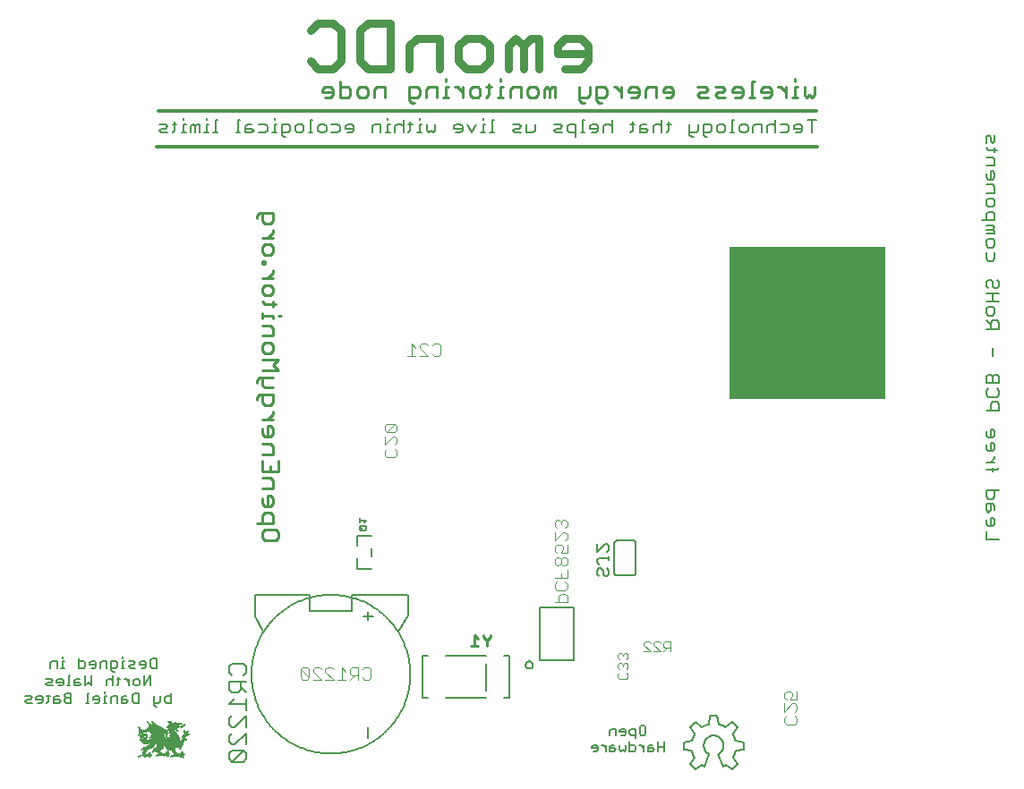
<source format=gbo>
G04 EAGLE Gerber RS-274X export*
G75*
%MOMM*%
%FSLAX34Y34*%
%LPD*%
%INSilkscreen Bottom*%
%IPPOS*%
%AMOC8*
5,1,8,0,0,1.08239X$1,22.5*%
G01*
%ADD10C,0.279400*%
%ADD11C,0.152400*%
%ADD12C,0.304800*%
%ADD13C,0.762000*%
%ADD14C,0.203200*%
%ADD15R,14.732000X14.478000*%
%ADD16C,0.127000*%
%ADD17C,0.228600*%
%ADD18C,0.101600*%
%ADD19C,0.076200*%
%ADD20R,0.006300X0.006400*%
%ADD21R,0.012700X0.006300*%
%ADD22R,0.019100X0.006400*%
%ADD23R,0.025400X0.006300*%
%ADD24R,0.057200X0.006300*%
%ADD25R,0.025400X0.006400*%
%ADD26R,0.088900X0.006400*%
%ADD27R,0.038100X0.006300*%
%ADD28R,0.107900X0.006300*%
%ADD29R,0.044500X0.006400*%
%ADD30R,0.127000X0.006400*%
%ADD31R,0.050800X0.006300*%
%ADD32R,0.139700X0.006300*%
%ADD33R,0.006300X0.006300*%
%ADD34R,0.050800X0.006400*%
%ADD35R,0.152400X0.006400*%
%ADD36R,0.063500X0.006300*%
%ADD37R,0.171500X0.006300*%
%ADD38R,0.069800X0.006400*%
%ADD39R,0.184100X0.006400*%
%ADD40R,0.012700X0.006400*%
%ADD41R,0.082500X0.006300*%
%ADD42R,0.196800X0.006300*%
%ADD43R,0.019000X0.006300*%
%ADD44R,0.082600X0.006300*%
%ADD45R,0.209600X0.006400*%
%ADD46R,0.019000X0.006400*%
%ADD47R,0.114300X0.006400*%
%ADD48R,0.304800X0.006300*%
%ADD49R,0.069800X0.006300*%
%ADD50R,0.031800X0.006300*%
%ADD51R,0.031700X0.006300*%
%ADD52R,0.146000X0.006300*%
%ADD53R,0.152400X0.006300*%
%ADD54R,0.006400X0.006300*%
%ADD55R,0.311100X0.006400*%
%ADD56R,0.082600X0.006400*%
%ADD57R,0.038100X0.006400*%
%ADD58R,0.044400X0.006400*%
%ADD59R,0.165100X0.006400*%
%ADD60R,0.209500X0.006400*%
%ADD61R,0.311200X0.006300*%
%ADD62R,0.165100X0.006300*%
%ADD63R,0.088900X0.006300*%
%ADD64R,0.044500X0.006300*%
%ADD65R,0.247600X0.006300*%
%ADD66R,0.266700X0.006300*%
%ADD67R,0.317500X0.006400*%
%ADD68R,0.254000X0.006400*%
%ADD69R,0.101600X0.006400*%
%ADD70R,0.057100X0.006400*%
%ADD71R,0.298500X0.006400*%
%ADD72R,0.031800X0.006400*%
%ADD73R,0.336600X0.006300*%
%ADD74R,0.120700X0.006300*%
%ADD75R,0.260400X0.006300*%
%ADD76R,0.323900X0.006300*%
%ADD77R,0.095200X0.006300*%
%ADD78R,0.698500X0.006400*%
%ADD79R,0.228600X0.006400*%
%ADD80R,0.279400X0.006400*%
%ADD81R,0.355600X0.006400*%
%ADD82R,0.177800X0.006400*%
%ADD83R,0.704800X0.006300*%
%ADD84R,0.241300X0.006300*%
%ADD85R,0.298500X0.006300*%
%ADD86R,0.406400X0.006300*%
%ADD87R,0.184200X0.006300*%
%ADD88R,0.723900X0.006400*%
%ADD89R,0.717500X0.006400*%
%ADD90R,0.190500X0.006400*%
%ADD91R,0.736600X0.006300*%
%ADD92R,0.019100X0.006300*%
%ADD93R,0.723900X0.006300*%
%ADD94R,0.203200X0.006300*%
%ADD95R,0.762000X0.006400*%
%ADD96R,0.063500X0.006400*%
%ADD97R,0.215900X0.006400*%
%ADD98R,1.168400X0.006300*%
%ADD99R,0.222300X0.006300*%
%ADD100R,1.162100X0.006400*%
%ADD101R,0.222200X0.006400*%
%ADD102R,1.155700X0.006300*%
%ADD103R,0.196900X0.006300*%
%ADD104R,0.228600X0.006300*%
%ADD105R,1.136600X0.006400*%
%ADD106R,0.203200X0.006400*%
%ADD107R,1.124000X0.006300*%
%ADD108R,0.209600X0.006300*%
%ADD109R,0.044400X0.006300*%
%ADD110R,0.717600X0.006300*%
%ADD111R,0.235000X0.006300*%
%ADD112R,1.117600X0.006400*%
%ADD113R,0.711200X0.006400*%
%ADD114R,0.241300X0.006400*%
%ADD115R,1.104900X0.006300*%
%ADD116R,0.215900X0.006300*%
%ADD117R,0.190500X0.006300*%
%ADD118R,0.114300X0.006300*%
%ADD119R,1.016000X0.006300*%
%ADD120R,1.079500X0.006400*%
%ADD121R,0.260300X0.006400*%
%ADD122R,0.901700X0.006400*%
%ADD123R,1.054100X0.006300*%
%ADD124R,0.292100X0.006300*%
%ADD125R,0.273100X0.006300*%
%ADD126R,0.895300X0.006300*%
%ADD127R,1.009700X0.006400*%
%ADD128R,0.235000X0.006400*%
%ADD129R,0.323900X0.006400*%
%ADD130R,0.285800X0.006400*%
%ADD131R,0.895400X0.006400*%
%ADD132R,0.965200X0.006300*%
%ADD133R,0.615900X0.006300*%
%ADD134R,0.882700X0.006300*%
%ADD135R,0.641400X0.006400*%
%ADD136R,0.628700X0.006400*%
%ADD137R,0.336600X0.006400*%
%ADD138R,0.882600X0.006400*%
%ADD139R,0.577800X0.006300*%
%ADD140R,0.666700X0.006300*%
%ADD141R,0.400000X0.006300*%
%ADD142R,0.076200X0.006300*%
%ADD143R,0.698500X0.006300*%
%ADD144R,0.158800X0.006300*%
%ADD145R,0.495300X0.006400*%
%ADD146R,1.104900X0.006400*%
%ADD147R,0.774700X0.006400*%
%ADD148R,0.489000X0.006300*%
%ADD149R,1.098500X0.006300*%
%ADD150R,0.743000X0.006300*%
%ADD151R,0.501700X0.006400*%
%ADD152R,1.085900X0.006400*%
%ADD153R,0.743000X0.006400*%
%ADD154R,0.057100X0.006300*%
%ADD155R,0.533400X0.006300*%
%ADD156R,1.066800X0.006300*%
%ADD157R,0.825500X0.006300*%
%ADD158R,0.558800X0.006400*%
%ADD159R,1.054100X0.006400*%
%ADD160R,0.812800X0.006400*%
%ADD161R,0.622300X0.006300*%
%ADD162R,1.041400X0.006300*%
%ADD163R,0.812800X0.006300*%
%ADD164R,0.793800X0.006400*%
%ADD165R,0.806400X0.006400*%
%ADD166R,0.806400X0.006300*%
%ADD167R,0.952500X0.006300*%
%ADD168R,0.800100X0.006300*%
%ADD169R,0.819200X0.006400*%
%ADD170R,0.952500X0.006400*%
%ADD171R,0.800100X0.006400*%
%ADD172R,0.692200X0.006300*%
%ADD173R,0.831900X0.006400*%
%ADD174R,0.685800X0.006400*%
%ADD175R,0.463500X0.006400*%
%ADD176R,0.311200X0.006400*%
%ADD177R,0.838200X0.006300*%
%ADD178R,0.679400X0.006300*%
%ADD179R,0.946200X0.006400*%
%ADD180R,0.679400X0.006400*%
%ADD181R,0.273100X0.006400*%
%ADD182R,0.254000X0.006300*%
%ADD183R,0.704800X0.006400*%
%ADD184R,0.133400X0.006400*%
%ADD185R,0.958900X0.006400*%
%ADD186R,0.742900X0.006400*%
%ADD187R,0.076200X0.006400*%
%ADD188R,0.107900X0.006400*%
%ADD189R,0.958800X0.006300*%
%ADD190R,0.755600X0.006300*%
%ADD191R,0.108000X0.006300*%
%ADD192R,0.146100X0.006400*%
%ADD193R,0.787400X0.006300*%
%ADD194R,0.260300X0.006300*%
%ADD195R,0.171400X0.006400*%
%ADD196R,0.711200X0.006300*%
%ADD197R,0.819100X0.006300*%
%ADD198R,0.444500X0.006400*%
%ADD199R,0.831800X0.006400*%
%ADD200R,0.184100X0.006300*%
%ADD201R,0.400100X0.006300*%
%ADD202R,0.850900X0.006300*%
%ADD203R,0.177800X0.006300*%
%ADD204R,0.393700X0.006400*%
%ADD205R,0.400000X0.006400*%
%ADD206R,0.406400X0.006400*%
%ADD207R,0.381000X0.006300*%
%ADD208R,0.374700X0.006300*%
%ADD209R,0.393700X0.006300*%
%ADD210R,0.158700X0.006400*%
%ADD211R,0.374700X0.006400*%
%ADD212R,0.361900X0.006400*%
%ADD213R,0.368300X0.006400*%
%ADD214R,0.374600X0.006300*%
%ADD215R,0.361900X0.006300*%
%ADD216R,0.362000X0.006300*%
%ADD217R,0.171400X0.006300*%
%ADD218R,0.431800X0.006400*%
%ADD219R,0.362000X0.006400*%
%ADD220R,0.171500X0.006400*%
%ADD221R,0.368300X0.006300*%
%ADD222R,0.419100X0.006300*%
%ADD223R,0.355600X0.006300*%
%ADD224R,0.412800X0.006400*%
%ADD225R,0.381000X0.006400*%
%ADD226R,0.006400X0.006400*%
%ADD227R,0.158800X0.006400*%
%ADD228R,0.349200X0.006400*%
%ADD229R,0.209500X0.006300*%
%ADD230R,0.349300X0.006400*%
%ADD231R,0.158700X0.006300*%
%ADD232R,0.349200X0.006300*%
%ADD233R,0.196800X0.006400*%
%ADD234R,0.342900X0.006300*%
%ADD235R,0.342900X0.006400*%
%ADD236R,0.260400X0.006400*%
%ADD237R,0.146100X0.006300*%
%ADD238R,0.139700X0.006400*%
%ADD239R,0.120600X0.006400*%
%ADD240R,0.266700X0.006400*%
%ADD241R,0.133400X0.006300*%
%ADD242R,0.127000X0.006300*%
%ADD243R,0.336500X0.006300*%
%ADD244R,0.387300X0.006300*%
%ADD245R,0.330200X0.006400*%
%ADD246R,0.330200X0.006300*%
%ADD247R,0.069900X0.006300*%
%ADD248R,0.273000X0.006300*%
%ADD249R,0.069900X0.006400*%
%ADD250R,0.273000X0.006400*%
%ADD251R,0.425400X0.006400*%
%ADD252R,0.438100X0.006300*%
%ADD253R,0.057200X0.006400*%
%ADD254R,0.457200X0.006300*%
%ADD255R,0.279400X0.006300*%
%ADD256R,0.476200X0.006300*%
%ADD257R,0.336500X0.006400*%
%ADD258R,0.482600X0.006400*%
%ADD259R,0.508000X0.006300*%
%ADD260R,0.133300X0.006300*%
%ADD261R,0.285700X0.006300*%
%ADD262R,0.031700X0.006400*%
%ADD263R,0.692100X0.006400*%
%ADD264R,0.285700X0.006400*%
%ADD265R,0.692100X0.006300*%
%ADD266R,0.292100X0.006400*%
%ADD267R,0.679500X0.006300*%
%ADD268R,0.673100X0.006400*%
%ADD269R,0.673100X0.006300*%
%ADD270R,0.298400X0.006400*%
%ADD271R,0.660400X0.006300*%
%ADD272R,0.660400X0.006400*%
%ADD273R,0.304800X0.006400*%
%ADD274R,0.311100X0.006300*%
%ADD275R,0.095300X0.006300*%
%ADD276R,0.647700X0.006300*%
%ADD277R,0.323800X0.006300*%
%ADD278R,0.647700X0.006400*%
%ADD279R,0.101600X0.006300*%
%ADD280R,0.641300X0.006300*%
%ADD281R,0.108000X0.006400*%
%ADD282R,0.635000X0.006400*%
%ADD283R,0.628700X0.006300*%
%ADD284R,0.387300X0.006400*%
%ADD285R,0.622300X0.006400*%
%ADD286R,0.387400X0.006300*%
%ADD287R,0.616000X0.006400*%
%ADD288R,0.412700X0.006300*%
%ADD289R,0.616000X0.006300*%
%ADD290R,0.609600X0.006400*%
%ADD291R,0.374600X0.006400*%
%ADD292R,0.609600X0.006300*%
%ADD293R,0.400100X0.006400*%
%ADD294R,0.635000X0.006300*%
%ADD295R,0.774700X0.006300*%
%ADD296R,0.781100X0.006400*%
%ADD297R,0.577900X0.006400*%
%ADD298R,0.781100X0.006300*%
%ADD299R,0.781000X0.006400*%
%ADD300R,0.590500X0.006400*%
%ADD301R,0.641400X0.006300*%
%ADD302R,0.596900X0.006300*%
%ADD303R,0.787400X0.006400*%
%ADD304R,0.120600X0.006300*%
%ADD305R,0.793800X0.006300*%
%ADD306R,0.793700X0.006400*%
%ADD307R,0.730200X0.006300*%
%ADD308R,0.666800X0.006400*%
%ADD309R,0.730300X0.006400*%
%ADD310R,0.768300X0.006300*%
%ADD311R,0.146000X0.006400*%
%ADD312R,0.819100X0.006400*%
%ADD313R,0.781000X0.006300*%
%ADD314R,0.838200X0.006400*%
%ADD315R,0.793700X0.006300*%
%ADD316R,0.844600X0.006300*%
%ADD317R,0.857200X0.006400*%
%ADD318R,0.762000X0.006300*%
%ADD319R,0.863600X0.006300*%
%ADD320R,0.863600X0.006400*%
%ADD321R,0.869900X0.006300*%
%ADD322R,0.825500X0.006400*%
%ADD323R,0.749300X0.006400*%
%ADD324R,0.870000X0.006400*%
%ADD325R,0.831900X0.006300*%
%ADD326R,0.876300X0.006300*%
%ADD327R,0.736600X0.006400*%
%ADD328R,0.869900X0.006400*%
%ADD329R,0.844600X0.006400*%
%ADD330R,0.850900X0.006400*%
%ADD331R,0.857300X0.006300*%
%ADD332R,0.889000X0.006400*%
%ADD333R,0.844500X0.006400*%
%ADD334R,0.901700X0.006300*%
%ADD335R,0.920700X0.006400*%
%ADD336R,0.692200X0.006400*%
%ADD337R,0.927100X0.006300*%
%ADD338R,0.685800X0.006300*%
%ADD339R,0.412700X0.006400*%
%ADD340R,0.679500X0.006400*%
%ADD341R,0.425500X0.006300*%
%ADD342R,0.958900X0.006300*%
%ADD343R,0.438100X0.006400*%
%ADD344R,0.971500X0.006400*%
%ADD345R,0.450900X0.006300*%
%ADD346R,0.984300X0.006300*%
%ADD347R,0.742900X0.006300*%
%ADD348R,0.469900X0.006400*%
%ADD349R,0.996900X0.006400*%
%ADD350R,1.492200X0.006300*%
%ADD351R,0.654100X0.006300*%
%ADD352R,1.505000X0.006400*%
%ADD353R,0.654000X0.006400*%
%ADD354R,1.524000X0.006300*%
%ADD355R,0.654000X0.006300*%
%ADD356R,1.530300X0.006400*%
%ADD357R,1.543100X0.006300*%
%ADD358R,1.555700X0.006400*%
%ADD359R,1.574800X0.006300*%
%ADD360R,1.587500X0.006400*%
%ADD361R,1.600200X0.006300*%
%ADD362R,1.612900X0.006400*%
%ADD363R,0.654100X0.006400*%
%ADD364R,1.631900X0.006300*%
%ADD365R,1.638300X0.006400*%
%ADD366R,0.628600X0.006400*%
%ADD367R,1.651000X0.006300*%
%ADD368R,1.663700X0.006400*%
%ADD369R,1.682800X0.006300*%
%ADD370R,1.701800X0.006400*%
%ADD371R,1.720900X0.006300*%
%ADD372R,0.603200X0.006300*%
%ADD373R,1.739900X0.006400*%
%ADD374R,0.603200X0.006400*%
%ADD375R,1.752600X0.006300*%
%ADD376R,1.778000X0.006400*%
%ADD377R,0.596900X0.006400*%
%ADD378R,0.590600X0.006400*%
%ADD379R,1.809700X0.006300*%
%ADD380R,0.584200X0.006300*%
%ADD381R,2.419300X0.006400*%
%ADD382R,2.425700X0.006300*%
%ADD383R,0.571500X0.006300*%
%ADD384R,2.425700X0.006400*%
%ADD385R,0.565100X0.006400*%
%ADD386R,2.438400X0.006300*%
%ADD387R,0.565100X0.006300*%
%ADD388R,2.438400X0.006400*%
%ADD389R,2.444800X0.006300*%
%ADD390R,0.552400X0.006300*%
%ADD391R,2.444800X0.006400*%
%ADD392R,0.546100X0.006400*%
%ADD393R,2.457400X0.006300*%
%ADD394R,0.546100X0.006300*%
%ADD395R,2.457400X0.006400*%
%ADD396R,0.539800X0.006400*%
%ADD397R,2.463800X0.006400*%
%ADD398R,0.533400X0.006400*%
%ADD399R,2.470200X0.006300*%
%ADD400R,0.527100X0.006300*%
%ADD401R,2.476500X0.006400*%
%ADD402R,0.520700X0.006400*%
%ADD403R,2.482800X0.006300*%
%ADD404R,0.520700X0.006300*%
%ADD405R,2.482800X0.006400*%
%ADD406R,2.495600X0.006300*%
%ADD407R,2.495600X0.006400*%
%ADD408R,2.508200X0.006300*%
%ADD409R,2.514600X0.006400*%
%ADD410R,2.514600X0.006300*%
%ADD411R,2.527300X0.006400*%
%ADD412R,2.533700X0.006300*%
%ADD413R,2.546400X0.006400*%
%ADD414R,2.559000X0.006300*%
%ADD415R,2.565400X0.006400*%
%ADD416R,0.539700X0.006400*%
%ADD417R,2.571700X0.006300*%
%ADD418R,0.539700X0.006300*%
%ADD419R,2.584500X0.006400*%
%ADD420R,2.590800X0.006300*%
%ADD421R,0.552500X0.006300*%
%ADD422R,2.609800X0.006400*%
%ADD423R,2.622500X0.006300*%
%ADD424R,2.641600X0.006400*%
%ADD425R,0.584200X0.006400*%
%ADD426R,3.232200X0.006300*%
%ADD427R,3.232200X0.006400*%
%ADD428R,0.457200X0.006400*%
%ADD429R,0.514400X0.006300*%
%ADD430R,3.232100X0.006300*%
%ADD431R,3.867100X0.006400*%
%ADD432R,3.879800X0.006300*%
%ADD433R,3.892500X0.006400*%
%ADD434R,3.911600X0.006300*%
%ADD435R,3.918000X0.006400*%
%ADD436R,3.930700X0.006300*%
%ADD437R,3.937000X0.006400*%
%ADD438R,3.949700X0.006300*%
%ADD439R,3.962400X0.006400*%
%ADD440R,3.968700X0.006300*%
%ADD441R,3.975100X0.006400*%
%ADD442R,3.981400X0.006300*%
%ADD443R,4.000500X0.006400*%
%ADD444R,4.006900X0.006300*%
%ADD445R,4.013200X0.006400*%
%ADD446R,4.013200X0.006300*%
%ADD447R,4.019600X0.006400*%
%ADD448R,4.032200X0.006300*%
%ADD449R,4.038600X0.006400*%
%ADD450R,4.044900X0.006300*%
%ADD451R,4.044900X0.006400*%
%ADD452R,0.939800X0.006300*%
%ADD453R,3.111500X0.006300*%
%ADD454R,3.111500X0.006400*%
%ADD455R,0.946200X0.006300*%
%ADD456R,3.105100X0.006300*%
%ADD457R,0.958800X0.006400*%
%ADD458R,0.514400X0.006400*%
%ADD459R,0.527000X0.006300*%
%ADD460R,0.527000X0.006400*%
%ADD461R,3.105200X0.006400*%
%ADD462R,3.098800X0.006300*%
%ADD463R,3.105100X0.006400*%
%ADD464R,3.092400X0.006400*%
%ADD465R,3.092500X0.006300*%
%ADD466R,0.552500X0.006400*%
%ADD467R,2.457500X0.006400*%
%ADD468R,0.558800X0.006300*%
%ADD469R,0.082500X0.006400*%
%ADD470R,0.565200X0.006400*%
%ADD471R,2.381200X0.006400*%
%ADD472R,2.330500X0.006300*%
%ADD473R,0.133300X0.006400*%
%ADD474R,0.247600X0.006400*%
%ADD475R,2.279700X0.006400*%
%ADD476R,2.228900X0.006300*%
%ADD477R,2.089200X0.006400*%
%ADD478R,0.323800X0.006400*%
%ADD479R,0.234900X0.006300*%
%ADD480R,1.778000X0.006300*%
%ADD481R,1.701800X0.006300*%
%ADD482R,1.625600X0.006300*%
%ADD483R,1.593800X0.006400*%
%ADD484R,1.562100X0.006300*%
%ADD485R,1.536700X0.006400*%
%ADD486R,1.511300X0.006300*%
%ADD487R,1.492300X0.006400*%
%ADD488R,0.247700X0.006400*%
%ADD489R,0.920700X0.006300*%
%ADD490R,1.466900X0.006300*%
%ADD491R,1.003300X0.006400*%
%ADD492R,1.441400X0.006400*%
%ADD493R,1.073100X0.006300*%
%ADD494R,1.422400X0.006300*%
%ADD495R,1.098500X0.006400*%
%ADD496R,1.409700X0.006400*%
%ADD497R,1.123900X0.006300*%
%ADD498R,1.390700X0.006300*%
%ADD499R,1.143000X0.006400*%
%ADD500R,1.371600X0.006400*%
%ADD501R,0.234900X0.006400*%
%ADD502R,1.346200X0.006300*%
%ADD503R,1.174700X0.006400*%
%ADD504R,1.327200X0.006400*%
%ADD505R,1.187400X0.006300*%
%ADD506R,1.314400X0.006300*%
%ADD507R,1.200100X0.006400*%
%ADD508R,1.295400X0.006400*%
%ADD509R,1.206500X0.006300*%
%ADD510R,1.276300X0.006300*%
%ADD511R,1.219200X0.006400*%
%ADD512R,1.263600X0.006400*%
%ADD513R,1.225500X0.006300*%
%ADD514R,1.244600X0.006300*%
%ADD515R,1.231900X0.006400*%
%ADD516R,1.238200X0.006300*%
%ADD517R,1.238300X0.006400*%
%ADD518R,1.187500X0.006400*%
%ADD519R,0.387400X0.006400*%
%ADD520R,1.251000X0.006400*%
%ADD521R,1.149400X0.006400*%
%ADD522R,1.257300X0.006300*%
%ADD523R,1.136700X0.006300*%
%ADD524R,0.095200X0.006400*%
%ADD525R,1.257300X0.006400*%
%ADD526R,1.123900X0.006400*%
%ADD527R,1.263700X0.006300*%
%ADD528R,1.143000X0.006300*%
%ADD529R,0.095300X0.006400*%
%ADD530R,1.270000X0.006400*%
%ADD531R,0.419100X0.006400*%
%ADD532R,1.270000X0.006300*%
%ADD533R,1.301700X0.006300*%
%ADD534R,0.184200X0.006400*%
%ADD535R,1.276300X0.006400*%
%ADD536R,0.285800X0.006300*%
%ADD537R,1.282700X0.006300*%
%ADD538R,1.251000X0.006300*%
%ADD539R,1.282700X0.006400*%
%ADD540R,1.225600X0.006400*%
%ADD541R,0.908100X0.006400*%
%ADD542R,1.181100X0.006400*%
%ADD543R,1.162000X0.006300*%
%ADD544R,1.130300X0.006400*%
%ADD545R,1.111300X0.006300*%
%ADD546R,0.247700X0.006300*%
%ADD547R,1.060400X0.006300*%
%ADD548R,1.041400X0.006400*%
%ADD549R,1.022300X0.006300*%
%ADD550R,0.806500X0.006300*%
%ADD551R,0.806500X0.006400*%
%ADD552R,0.939800X0.006400*%
%ADD553R,0.920800X0.006300*%
%ADD554R,0.222300X0.006400*%
%ADD555R,0.717600X0.006400*%
%ADD556R,0.908000X0.006300*%
%ADD557R,0.222200X0.006300*%
%ADD558R,0.298400X0.006300*%
%ADD559R,0.889000X0.006300*%
%ADD560R,0.476300X0.006400*%
%ADD561R,0.495300X0.006300*%
%ADD562R,0.450900X0.006400*%
%ADD563R,0.831800X0.006300*%
%ADD564R,0.539800X0.006300*%
%ADD565R,0.590600X0.006300*%
%ADD566R,0.755700X0.006300*%
%ADD567R,0.349300X0.006300*%
%ADD568R,0.603300X0.006400*%
%ADD569R,0.514300X0.006400*%
%ADD570R,0.717500X0.006300*%
%ADD571R,0.908100X0.006300*%
%ADD572R,0.514300X0.006300*%
%ADD573R,1.066800X0.006400*%
%ADD574R,1.117600X0.006300*%
%ADD575R,0.571500X0.006400*%
%ADD576R,0.488900X0.006300*%
%ADD577R,0.552400X0.006400*%
%ADD578R,0.704900X0.006400*%
%ADD579R,1.162000X0.006400*%
%ADD580R,0.463500X0.006300*%
%ADD581R,1.149300X0.006400*%
%ADD582R,0.450800X0.006400*%
%ADD583R,1.111300X0.006400*%
%ADD584R,1.098600X0.006300*%
%ADD585R,1.028700X0.006400*%
%ADD586R,0.704900X0.006300*%
%ADD587R,0.997000X0.006400*%
%ADD588R,0.984200X0.006300*%
%ADD589R,0.965200X0.006400*%
%ADD590R,0.933400X0.006300*%
%ADD591R,0.920800X0.006400*%
%ADD592R,0.914400X0.006300*%
%ADD593R,0.730300X0.006300*%
%ADD594R,0.882700X0.006400*%
%ADD595R,0.857300X0.006400*%
%ADD596R,0.768300X0.006400*%
%ADD597R,0.749300X0.006300*%
%ADD598R,0.590500X0.006300*%
%ADD599R,0.476300X0.006300*%
%ADD600R,0.489000X0.006400*%
%ADD601R,0.317500X0.006300*%
%ADD602R,0.482600X0.006300*%
%ADD603R,0.476200X0.006400*%
%ADD604R,0.527100X0.006400*%
%ADD605R,0.431800X0.006300*%
%ADD606R,0.425400X0.006300*%
%ADD607R,0.438200X0.006400*%
%ADD608R,0.444500X0.006300*%
%ADD609R,0.997000X0.006300*%
%ADD610R,0.469900X0.006300*%
%ADD611R,1.212800X0.006300*%
%ADD612R,0.641300X0.006400*%
%ADD613R,0.501600X0.006400*%
%ADD614R,0.628600X0.006300*%
%ADD615R,1.276400X0.006400*%
%ADD616R,1.295400X0.006300*%
%ADD617R,1.314500X0.006400*%
%ADD618R,1.339800X0.006300*%
%ADD619R,1.358900X0.006400*%
%ADD620R,1.365200X0.006300*%
%ADD621R,1.289100X0.006400*%
%ADD622R,1.200100X0.006300*%
%ADD623R,0.508000X0.006400*%
%ADD624R,1.098600X0.006400*%
%ADD625R,0.501600X0.006300*%
%ADD626R,1.073200X0.006300*%
%ADD627R,1.047800X0.006400*%
%ADD628R,1.028700X0.006300*%
%ADD629R,1.009600X0.006400*%
%ADD630R,0.844500X0.006300*%
%ADD631R,0.730200X0.006400*%
%ADD632R,0.463600X0.006300*%
%ADD633R,0.463600X0.006400*%
%ADD634R,0.577800X0.006400*%
%ADD635R,0.120700X0.006400*%
%ADD636R,1.314500X0.006300*%
%ADD637R,1.352600X0.006400*%
%ADD638R,1.517700X0.006300*%
%ADD639R,0.438200X0.006300*%
%ADD640R,1.524000X0.006400*%
%ADD641R,1.047700X0.006400*%
%ADD642R,0.425500X0.006400*%
%ADD643R,0.006400X0.006400*%
%ADD644R,0.412800X0.006300*%
%ADD645R,0.450800X0.006300*%
%ADD646R,1.060500X0.006400*%


D10*
X388096Y249645D02*
X388096Y244645D01*
X385597Y242145D01*
X375597Y242145D01*
X373098Y244645D01*
X373098Y249645D01*
X375597Y252144D01*
X385597Y252144D01*
X388096Y249645D01*
X383097Y258517D02*
X368098Y258517D01*
X383097Y258517D02*
X383097Y266016D01*
X380597Y268516D01*
X375597Y268516D01*
X373098Y266016D01*
X373098Y258517D01*
X373098Y277388D02*
X373098Y282388D01*
X373098Y277388D02*
X375597Y274888D01*
X380597Y274888D01*
X383097Y277388D01*
X383097Y282388D01*
X380597Y284888D01*
X378097Y284888D01*
X378097Y274888D01*
X373098Y291260D02*
X383097Y291260D01*
X383097Y298759D01*
X380597Y301259D01*
X373098Y301259D01*
X388096Y307631D02*
X388096Y317631D01*
X388096Y307631D02*
X373098Y307631D01*
X373098Y317631D01*
X380597Y312631D02*
X380597Y307631D01*
X383097Y324003D02*
X373098Y324003D01*
X383097Y324003D02*
X383097Y331502D01*
X380597Y334002D01*
X373098Y334002D01*
X373098Y342874D02*
X373098Y347874D01*
X373098Y342874D02*
X375597Y340375D01*
X380597Y340375D01*
X383097Y342874D01*
X383097Y347874D01*
X380597Y350374D01*
X378097Y350374D01*
X378097Y340375D01*
X373098Y356746D02*
X383097Y356746D01*
X378097Y356746D02*
X383097Y361746D01*
X383097Y364246D01*
X368098Y375389D02*
X368098Y377889D01*
X370598Y380388D01*
X383097Y380388D01*
X383097Y372889D01*
X380597Y370389D01*
X375597Y370389D01*
X373098Y372889D01*
X373098Y380388D01*
X375597Y386761D02*
X383097Y386761D01*
X375597Y386761D02*
X373098Y389260D01*
X373098Y396760D01*
X370598Y396760D02*
X383097Y396760D01*
X370598Y396760D02*
X368098Y394260D01*
X368098Y391760D01*
X373098Y403132D02*
X388096Y403132D01*
X383097Y408132D01*
X388096Y413131D01*
X373098Y413131D01*
X373098Y422004D02*
X373098Y427003D01*
X375597Y429503D01*
X380597Y429503D01*
X383097Y427003D01*
X383097Y422004D01*
X380597Y419504D01*
X375597Y419504D01*
X373098Y422004D01*
X373098Y435875D02*
X383097Y435875D01*
X383097Y443375D01*
X380597Y445875D01*
X373098Y445875D01*
X383097Y452247D02*
X383097Y454747D01*
X373098Y454747D01*
X373098Y452247D02*
X373098Y457247D01*
X388096Y454747D02*
X390596Y454747D01*
X385597Y465661D02*
X375597Y465661D01*
X373098Y468161D01*
X383097Y468161D02*
X383097Y463161D01*
X373098Y476575D02*
X373098Y481575D01*
X375597Y484075D01*
X380597Y484075D01*
X383097Y481575D01*
X383097Y476575D01*
X380597Y474076D01*
X375597Y474076D01*
X373098Y476575D01*
X373098Y490447D02*
X383097Y490447D01*
X378097Y490447D02*
X383097Y495447D01*
X383097Y497947D01*
X375597Y504090D02*
X373098Y504090D01*
X375597Y504090D02*
X375597Y506590D01*
X373098Y506590D01*
X373098Y504090D01*
X373098Y514776D02*
X373098Y519775D01*
X375597Y522275D01*
X380597Y522275D01*
X383097Y519775D01*
X383097Y514776D01*
X380597Y512276D01*
X375597Y512276D01*
X373098Y514776D01*
X373098Y528648D02*
X383097Y528648D01*
X383097Y533647D02*
X378097Y528648D01*
X383097Y533647D02*
X383097Y536147D01*
X368098Y547290D02*
X368098Y549790D01*
X370598Y552290D01*
X383097Y552290D01*
X383097Y544790D01*
X380597Y542291D01*
X375597Y542291D01*
X373098Y544790D01*
X373098Y552290D01*
D11*
X731443Y66751D02*
X734324Y66751D01*
X735764Y65310D01*
X735764Y59548D01*
X734324Y58108D01*
X731443Y58108D01*
X730002Y59548D01*
X730002Y65310D01*
X731443Y66751D01*
X726409Y63870D02*
X726409Y55226D01*
X726409Y63870D02*
X722087Y63870D01*
X720647Y62429D01*
X720647Y59548D01*
X722087Y58108D01*
X726409Y58108D01*
X715613Y58108D02*
X712732Y58108D01*
X715613Y58108D02*
X717054Y59548D01*
X717054Y62429D01*
X715613Y63870D01*
X712732Y63870D01*
X711292Y62429D01*
X711292Y60989D01*
X717054Y60989D01*
X707699Y58108D02*
X707699Y63870D01*
X703377Y63870D01*
X701936Y62429D01*
X701936Y58108D01*
X752915Y51511D02*
X752915Y42868D01*
X752915Y47189D02*
X747153Y47189D01*
X747153Y42868D02*
X747153Y51511D01*
X742120Y48630D02*
X739239Y48630D01*
X737798Y47189D01*
X737798Y42868D01*
X742120Y42868D01*
X743560Y44308D01*
X742120Y45749D01*
X737798Y45749D01*
X734205Y42868D02*
X734205Y48630D01*
X734205Y45749D02*
X731324Y48630D01*
X729883Y48630D01*
X720647Y51511D02*
X720647Y42868D01*
X724968Y42868D01*
X726409Y44308D01*
X726409Y47189D01*
X724968Y48630D01*
X720647Y48630D01*
X717054Y48630D02*
X717054Y44308D01*
X715613Y42868D01*
X714173Y44308D01*
X712732Y42868D01*
X711292Y44308D01*
X711292Y48630D01*
X706258Y48630D02*
X703377Y48630D01*
X701936Y47189D01*
X701936Y42868D01*
X706258Y42868D01*
X707699Y44308D01*
X706258Y45749D01*
X701936Y45749D01*
X698343Y42868D02*
X698343Y48630D01*
X698343Y45749D02*
X695462Y48630D01*
X694022Y48630D01*
X689107Y42868D02*
X686226Y42868D01*
X689107Y42868D02*
X690548Y44308D01*
X690548Y47189D01*
X689107Y48630D01*
X686226Y48630D01*
X684785Y47189D01*
X684785Y45749D01*
X690548Y45749D01*
D12*
X897575Y649028D02*
X275309Y649028D01*
X273271Y615210D02*
X898077Y615210D01*
D13*
X674103Y688963D02*
X659698Y688963D01*
X674103Y688963D02*
X681306Y696166D01*
X681306Y710572D01*
X674103Y717775D01*
X659698Y717775D01*
X652495Y710572D01*
X652495Y703369D01*
X681306Y703369D01*
X634530Y688963D02*
X634530Y717775D01*
X627327Y717775D01*
X620125Y710572D01*
X620125Y688963D01*
X620125Y710572D02*
X612922Y717775D01*
X605719Y710572D01*
X605719Y688963D01*
X580552Y688963D02*
X566146Y688963D01*
X558943Y696166D01*
X558943Y710572D01*
X566146Y717775D01*
X580552Y717775D01*
X587754Y710572D01*
X587754Y696166D01*
X580552Y688963D01*
X540978Y688963D02*
X540978Y717775D01*
X519370Y717775D01*
X512167Y710572D01*
X512167Y688963D01*
X494202Y688963D02*
X494202Y732180D01*
X494202Y688963D02*
X472594Y688963D01*
X465391Y696166D01*
X465391Y724977D01*
X472594Y732180D01*
X494202Y732180D01*
X425818Y732180D02*
X418615Y724977D01*
X425818Y732180D02*
X440224Y732180D01*
X447426Y724977D01*
X447426Y696166D01*
X440224Y688963D01*
X425818Y688963D01*
X418615Y696166D01*
D10*
X895774Y671599D02*
X895774Y664100D01*
X893274Y661600D01*
X890774Y664100D01*
X888275Y661600D01*
X885775Y664100D01*
X885775Y671599D01*
X879403Y671599D02*
X876903Y671599D01*
X876903Y661600D01*
X879403Y661600D02*
X874403Y661600D01*
X876903Y676599D02*
X876903Y679099D01*
X868488Y671599D02*
X868488Y661600D01*
X868488Y666600D02*
X863489Y671599D01*
X860989Y671599D01*
X852345Y661600D02*
X847346Y661600D01*
X852345Y661600D02*
X854845Y664100D01*
X854845Y669100D01*
X852345Y671599D01*
X847346Y671599D01*
X844846Y669100D01*
X844846Y666600D01*
X854845Y666600D01*
X838474Y676599D02*
X835974Y676599D01*
X835974Y661600D01*
X838474Y661600D02*
X833474Y661600D01*
X825059Y661600D02*
X820060Y661600D01*
X825059Y661600D02*
X827559Y664100D01*
X827559Y669100D01*
X825059Y671599D01*
X820060Y671599D01*
X817560Y669100D01*
X817560Y666600D01*
X827559Y666600D01*
X811188Y661600D02*
X803688Y661600D01*
X801188Y664100D01*
X803688Y666600D01*
X808688Y666600D01*
X811188Y669100D01*
X808688Y671599D01*
X801188Y671599D01*
X794816Y661600D02*
X787317Y661600D01*
X784817Y664100D01*
X787317Y666600D01*
X792316Y666600D01*
X794816Y669100D01*
X792316Y671599D01*
X784817Y671599D01*
X759573Y661600D02*
X754574Y661600D01*
X759573Y661600D02*
X762073Y664100D01*
X762073Y669100D01*
X759573Y671599D01*
X754574Y671599D01*
X752074Y669100D01*
X752074Y666600D01*
X762073Y666600D01*
X745701Y661600D02*
X745701Y671599D01*
X738202Y671599D01*
X735702Y669100D01*
X735702Y661600D01*
X726830Y661600D02*
X721830Y661600D01*
X726830Y661600D02*
X729330Y664100D01*
X729330Y669100D01*
X726830Y671599D01*
X721830Y671599D01*
X719331Y669100D01*
X719331Y666600D01*
X729330Y666600D01*
X712958Y661600D02*
X712958Y671599D01*
X712958Y666600D02*
X707959Y671599D01*
X705459Y671599D01*
X694316Y656601D02*
X691816Y656601D01*
X689316Y659100D01*
X689316Y671599D01*
X696816Y671599D01*
X699315Y669100D01*
X699315Y664100D01*
X696816Y661600D01*
X689316Y661600D01*
X682944Y664100D02*
X682944Y671599D01*
X682944Y664100D02*
X680444Y661600D01*
X672945Y661600D01*
X672945Y659100D02*
X672945Y671599D01*
X672945Y659100D02*
X675444Y656601D01*
X677944Y656601D01*
X650201Y661600D02*
X650201Y671599D01*
X647701Y671599D01*
X645201Y669100D01*
X645201Y661600D01*
X645201Y669100D02*
X642701Y671599D01*
X640201Y669100D01*
X640201Y661600D01*
X631329Y661600D02*
X626330Y661600D01*
X623830Y664100D01*
X623830Y669100D01*
X626330Y671599D01*
X631329Y671599D01*
X633829Y669100D01*
X633829Y664100D01*
X631329Y661600D01*
X617458Y661600D02*
X617458Y671599D01*
X609958Y671599D01*
X607458Y669100D01*
X607458Y661600D01*
X601086Y671599D02*
X598586Y671599D01*
X598586Y661600D01*
X601086Y661600D02*
X596086Y661600D01*
X598586Y676599D02*
X598586Y679099D01*
X587672Y674099D02*
X587672Y664100D01*
X585172Y661600D01*
X585172Y671599D02*
X590172Y671599D01*
X576757Y661600D02*
X571758Y661600D01*
X569258Y664100D01*
X569258Y669100D01*
X571758Y671599D01*
X576757Y671599D01*
X579257Y669100D01*
X579257Y664100D01*
X576757Y661600D01*
X562886Y661600D02*
X562886Y671599D01*
X562886Y666600D02*
X557886Y671599D01*
X555386Y671599D01*
X549243Y671599D02*
X546743Y671599D01*
X546743Y661600D01*
X549243Y661600D02*
X544243Y661600D01*
X546743Y676599D02*
X546743Y679099D01*
X538328Y671599D02*
X538328Y661600D01*
X538328Y671599D02*
X530829Y671599D01*
X528329Y669100D01*
X528329Y661600D01*
X516957Y656601D02*
X514457Y656601D01*
X511958Y659100D01*
X511958Y671599D01*
X519457Y671599D01*
X521957Y669100D01*
X521957Y664100D01*
X519457Y661600D01*
X511958Y661600D01*
X489214Y661600D02*
X489214Y671599D01*
X481714Y671599D01*
X479214Y669100D01*
X479214Y661600D01*
X470342Y661600D02*
X465343Y661600D01*
X462843Y664100D01*
X462843Y669100D01*
X465343Y671599D01*
X470342Y671599D01*
X472842Y669100D01*
X472842Y664100D01*
X470342Y661600D01*
X446471Y661600D02*
X446471Y676599D01*
X446471Y661600D02*
X453971Y661600D01*
X456470Y664100D01*
X456470Y669100D01*
X453971Y671599D01*
X446471Y671599D01*
X437599Y661600D02*
X432600Y661600D01*
X437599Y661600D02*
X440099Y664100D01*
X440099Y669100D01*
X437599Y671599D01*
X432600Y671599D01*
X430100Y669100D01*
X430100Y666600D01*
X440099Y666600D01*
D14*
X892837Y640231D02*
X892837Y628283D01*
X896820Y640231D02*
X888854Y640231D01*
X881965Y628283D02*
X877982Y628283D01*
X881965Y628283D02*
X883956Y630274D01*
X883956Y634257D01*
X881965Y636248D01*
X877982Y636248D01*
X875991Y634257D01*
X875991Y632265D01*
X883956Y632265D01*
X869102Y636248D02*
X863128Y636248D01*
X869102Y636248D02*
X871093Y634257D01*
X871093Y630274D01*
X869102Y628283D01*
X863128Y628283D01*
X858230Y628283D02*
X858230Y640231D01*
X856238Y636248D02*
X858230Y634257D01*
X856238Y636248D02*
X852256Y636248D01*
X850264Y634257D01*
X850264Y628283D01*
X845366Y628283D02*
X845366Y636248D01*
X839392Y636248D01*
X837401Y634257D01*
X837401Y628283D01*
X830512Y628283D02*
X826529Y628283D01*
X824537Y630274D01*
X824537Y634257D01*
X826529Y636248D01*
X830512Y636248D01*
X832503Y634257D01*
X832503Y630274D01*
X830512Y628283D01*
X819640Y640231D02*
X817648Y640231D01*
X817648Y628283D01*
X815657Y628283D02*
X819640Y628283D01*
X809073Y628283D02*
X805090Y628283D01*
X803098Y630274D01*
X803098Y634257D01*
X805090Y636248D01*
X809073Y636248D01*
X811064Y634257D01*
X811064Y630274D01*
X809073Y628283D01*
X794218Y624300D02*
X792226Y624300D01*
X790235Y626291D01*
X790235Y636248D01*
X796209Y636248D01*
X798201Y634257D01*
X798201Y630274D01*
X796209Y628283D01*
X790235Y628283D01*
X785337Y630274D02*
X785337Y636248D01*
X785337Y630274D02*
X783346Y628283D01*
X777372Y628283D01*
X777372Y626291D02*
X777372Y636248D01*
X777372Y626291D02*
X779363Y624300D01*
X781354Y624300D01*
X757619Y630274D02*
X757619Y638240D01*
X757619Y630274D02*
X755628Y628283D01*
X755628Y636248D02*
X759610Y636248D01*
X751035Y640231D02*
X751035Y628283D01*
X751035Y634257D02*
X749044Y636248D01*
X745061Y636248D01*
X743069Y634257D01*
X743069Y628283D01*
X736180Y636248D02*
X732197Y636248D01*
X730206Y634257D01*
X730206Y628283D01*
X736180Y628283D01*
X738171Y630274D01*
X736180Y632265D01*
X730206Y632265D01*
X723317Y630274D02*
X723317Y638240D01*
X723317Y630274D02*
X721325Y628283D01*
X721325Y636248D02*
X725308Y636248D01*
X703869Y640231D02*
X703869Y628283D01*
X703869Y634257D02*
X701878Y636248D01*
X697895Y636248D01*
X695904Y634257D01*
X695904Y628283D01*
X689014Y628283D02*
X685032Y628283D01*
X689014Y628283D02*
X691006Y630274D01*
X691006Y634257D01*
X689014Y636248D01*
X685032Y636248D01*
X683040Y634257D01*
X683040Y632265D01*
X691006Y632265D01*
X678142Y640231D02*
X676151Y640231D01*
X676151Y628283D01*
X678142Y628283D02*
X674160Y628283D01*
X669567Y624300D02*
X669567Y636248D01*
X663593Y636248D01*
X661601Y634257D01*
X661601Y630274D01*
X663593Y628283D01*
X669567Y628283D01*
X656703Y628283D02*
X650729Y628283D01*
X648738Y630274D01*
X650729Y632265D01*
X654712Y632265D01*
X656703Y634257D01*
X654712Y636248D01*
X648738Y636248D01*
X630977Y636248D02*
X630977Y630274D01*
X628985Y628283D01*
X623011Y628283D01*
X623011Y636248D01*
X618113Y628283D02*
X612139Y628283D01*
X610148Y630274D01*
X612139Y632265D01*
X616122Y632265D01*
X618113Y634257D01*
X616122Y636248D01*
X610148Y636248D01*
X592387Y640231D02*
X590395Y640231D01*
X590395Y628283D01*
X588404Y628283D02*
X592387Y628283D01*
X583811Y636248D02*
X581820Y636248D01*
X581820Y628283D01*
X583811Y628283D02*
X579828Y628283D01*
X581820Y640231D02*
X581820Y642222D01*
X575235Y636248D02*
X571253Y628283D01*
X567270Y636248D01*
X560381Y628283D02*
X556398Y628283D01*
X560381Y628283D02*
X562372Y630274D01*
X562372Y634257D01*
X560381Y636248D01*
X556398Y636248D01*
X554407Y634257D01*
X554407Y632265D01*
X562372Y632265D01*
X536645Y630274D02*
X536645Y636248D01*
X536645Y630274D02*
X534654Y628283D01*
X532663Y630274D01*
X530671Y628283D01*
X528680Y630274D01*
X528680Y636248D01*
X523782Y636248D02*
X521791Y636248D01*
X521791Y628283D01*
X523782Y628283D02*
X519799Y628283D01*
X521791Y640231D02*
X521791Y642222D01*
X513215Y638240D02*
X513215Y630274D01*
X511224Y628283D01*
X511224Y636248D02*
X515206Y636248D01*
X506631Y640231D02*
X506631Y628283D01*
X506631Y634257D02*
X504639Y636248D01*
X500657Y636248D01*
X498665Y634257D01*
X498665Y628283D01*
X493767Y636248D02*
X491776Y636248D01*
X491776Y628283D01*
X493767Y628283D02*
X489785Y628283D01*
X491776Y640231D02*
X491776Y642222D01*
X485192Y636248D02*
X485192Y628283D01*
X485192Y636248D02*
X479218Y636248D01*
X477226Y634257D01*
X477226Y628283D01*
X457474Y628283D02*
X453491Y628283D01*
X457474Y628283D02*
X459465Y630274D01*
X459465Y634257D01*
X457474Y636248D01*
X453491Y636248D01*
X451499Y634257D01*
X451499Y632265D01*
X459465Y632265D01*
X444610Y636248D02*
X438636Y636248D01*
X444610Y636248D02*
X446602Y634257D01*
X446602Y630274D01*
X444610Y628283D01*
X438636Y628283D01*
X431747Y628283D02*
X427764Y628283D01*
X425773Y630274D01*
X425773Y634257D01*
X427764Y636248D01*
X431747Y636248D01*
X433738Y634257D01*
X433738Y630274D01*
X431747Y628283D01*
X420875Y640231D02*
X418883Y640231D01*
X418883Y628283D01*
X416892Y628283D02*
X420875Y628283D01*
X410308Y628283D02*
X406325Y628283D01*
X404334Y630274D01*
X404334Y634257D01*
X406325Y636248D01*
X410308Y636248D01*
X412299Y634257D01*
X412299Y630274D01*
X410308Y628283D01*
X395453Y624300D02*
X393462Y624300D01*
X391470Y626291D01*
X391470Y636248D01*
X397445Y636248D01*
X399436Y634257D01*
X399436Y630274D01*
X397445Y628283D01*
X391470Y628283D01*
X386572Y636248D02*
X384581Y636248D01*
X384581Y628283D01*
X386572Y628283D02*
X382590Y628283D01*
X384581Y640231D02*
X384581Y642222D01*
X376006Y636248D02*
X370031Y636248D01*
X376006Y636248D02*
X377997Y634257D01*
X377997Y630274D01*
X376006Y628283D01*
X370031Y628283D01*
X363142Y636248D02*
X359159Y636248D01*
X357168Y634257D01*
X357168Y628283D01*
X363142Y628283D01*
X365134Y630274D01*
X363142Y632265D01*
X357168Y632265D01*
X352270Y640231D02*
X350279Y640231D01*
X350279Y628283D01*
X352270Y628283D02*
X348287Y628283D01*
X330831Y640231D02*
X328840Y640231D01*
X328840Y628283D01*
X330831Y628283D02*
X326848Y628283D01*
X322256Y636248D02*
X320264Y636248D01*
X320264Y628283D01*
X318273Y628283D02*
X322256Y628283D01*
X320264Y640231D02*
X320264Y642222D01*
X313680Y636248D02*
X313680Y628283D01*
X313680Y636248D02*
X311689Y636248D01*
X309697Y634257D01*
X309697Y628283D01*
X309697Y634257D02*
X307706Y636248D01*
X305715Y634257D01*
X305715Y628283D01*
X300817Y636248D02*
X298825Y636248D01*
X298825Y628283D01*
X296834Y628283D02*
X300817Y628283D01*
X298825Y640231D02*
X298825Y642222D01*
X290250Y638240D02*
X290250Y630274D01*
X288258Y628283D01*
X288258Y636248D02*
X292241Y636248D01*
X283665Y628283D02*
X277691Y628283D01*
X275700Y630274D01*
X277691Y632265D01*
X281674Y632265D01*
X283665Y634257D01*
X281674Y636248D01*
X275700Y636248D01*
D11*
X273362Y130863D02*
X273362Y121379D01*
X268620Y121379D01*
X267039Y122959D01*
X267039Y129282D01*
X268620Y130863D01*
X273362Y130863D01*
X261653Y121379D02*
X258491Y121379D01*
X261653Y121379D02*
X263233Y122959D01*
X263233Y126121D01*
X261653Y127702D01*
X258491Y127702D01*
X256911Y126121D01*
X256911Y124540D01*
X263233Y124540D01*
X253105Y121379D02*
X248363Y121379D01*
X246782Y122959D01*
X248363Y124540D01*
X251524Y124540D01*
X253105Y126121D01*
X251524Y127702D01*
X246782Y127702D01*
X242976Y127702D02*
X241395Y127702D01*
X241395Y121379D01*
X239815Y121379D02*
X242976Y121379D01*
X241395Y130863D02*
X241395Y132444D01*
X233062Y118217D02*
X231482Y118217D01*
X229901Y119798D01*
X229901Y127702D01*
X234643Y127702D01*
X236224Y126121D01*
X236224Y122959D01*
X234643Y121379D01*
X229901Y121379D01*
X226095Y121379D02*
X226095Y127702D01*
X221353Y127702D01*
X219772Y126121D01*
X219772Y121379D01*
X214386Y121379D02*
X211224Y121379D01*
X214386Y121379D02*
X215966Y122959D01*
X215966Y126121D01*
X214386Y127702D01*
X211224Y127702D01*
X209644Y126121D01*
X209644Y124540D01*
X215966Y124540D01*
X199515Y121379D02*
X199515Y130863D01*
X199515Y121379D02*
X204257Y121379D01*
X205838Y122959D01*
X205838Y126121D01*
X204257Y127702D01*
X199515Y127702D01*
X185580Y127702D02*
X184000Y127702D01*
X184000Y121379D01*
X185580Y121379D02*
X182419Y121379D01*
X184000Y130863D02*
X184000Y132444D01*
X178828Y127702D02*
X178828Y121379D01*
X178828Y127702D02*
X174086Y127702D01*
X172505Y126121D01*
X172505Y121379D01*
X267454Y114363D02*
X267454Y104879D01*
X261131Y104879D02*
X267454Y114363D01*
X261131Y114363D02*
X261131Y104879D01*
X255744Y104879D02*
X252583Y104879D01*
X251002Y106459D01*
X251002Y109621D01*
X252583Y111202D01*
X255744Y111202D01*
X257325Y109621D01*
X257325Y106459D01*
X255744Y104879D01*
X247196Y104879D02*
X247196Y111202D01*
X244035Y111202D02*
X247196Y108040D01*
X244035Y111202D02*
X242454Y111202D01*
X237175Y112782D02*
X237175Y106459D01*
X235594Y104879D01*
X235594Y111202D02*
X238756Y111202D01*
X232003Y114363D02*
X232003Y104879D01*
X232003Y109621D02*
X230423Y111202D01*
X227261Y111202D01*
X225681Y109621D01*
X225681Y104879D01*
X211746Y104879D02*
X211746Y114363D01*
X208585Y108040D02*
X211746Y104879D01*
X208585Y108040D02*
X205423Y104879D01*
X205423Y114363D01*
X200037Y111202D02*
X196875Y111202D01*
X195295Y109621D01*
X195295Y104879D01*
X200037Y104879D01*
X201617Y106459D01*
X200037Y108040D01*
X195295Y108040D01*
X191489Y114363D02*
X189908Y114363D01*
X189908Y104879D01*
X191489Y104879D02*
X188327Y104879D01*
X183156Y104879D02*
X179994Y104879D01*
X183156Y104879D02*
X184736Y106459D01*
X184736Y109621D01*
X183156Y111202D01*
X179994Y111202D01*
X178414Y109621D01*
X178414Y108040D01*
X184736Y108040D01*
X174608Y104879D02*
X169866Y104879D01*
X168285Y106459D01*
X169866Y108040D01*
X173027Y108040D01*
X174608Y109621D01*
X173027Y111202D01*
X168285Y111202D01*
X286867Y97863D02*
X286867Y88379D01*
X282125Y88379D01*
X280544Y89959D01*
X280544Y93121D01*
X282125Y94702D01*
X286867Y94702D01*
X276738Y94702D02*
X276738Y89959D01*
X275158Y88379D01*
X270415Y88379D01*
X270415Y86798D02*
X270415Y94702D01*
X270415Y86798D02*
X271996Y85217D01*
X273577Y85217D01*
X256481Y88379D02*
X256481Y97863D01*
X256481Y88379D02*
X251739Y88379D01*
X250158Y89959D01*
X250158Y96282D01*
X251739Y97863D01*
X256481Y97863D01*
X244772Y94702D02*
X241610Y94702D01*
X240029Y93121D01*
X240029Y88379D01*
X244772Y88379D01*
X246352Y89959D01*
X244772Y91540D01*
X240029Y91540D01*
X236224Y88379D02*
X236224Y94702D01*
X231482Y94702D01*
X229901Y93121D01*
X229901Y88379D01*
X226095Y94702D02*
X224514Y94702D01*
X224514Y88379D01*
X222934Y88379D02*
X226095Y88379D01*
X224514Y97863D02*
X224514Y99444D01*
X217762Y88379D02*
X214600Y88379D01*
X217762Y88379D02*
X219342Y89959D01*
X219342Y93121D01*
X217762Y94702D01*
X214600Y94702D01*
X213020Y93121D01*
X213020Y91540D01*
X219342Y91540D01*
X209214Y97863D02*
X207633Y97863D01*
X207633Y88379D01*
X209214Y88379D02*
X206052Y88379D01*
X192333Y88379D02*
X192333Y97863D01*
X187591Y97863D01*
X186010Y96282D01*
X186010Y94702D01*
X187591Y93121D01*
X186010Y91540D01*
X186010Y89959D01*
X187591Y88379D01*
X192333Y88379D01*
X192333Y93121D02*
X187591Y93121D01*
X180623Y94702D02*
X177462Y94702D01*
X175881Y93121D01*
X175881Y88379D01*
X180623Y88379D01*
X182204Y89959D01*
X180623Y91540D01*
X175881Y91540D01*
X170495Y89959D02*
X170495Y96282D01*
X170495Y89959D02*
X168914Y88379D01*
X168914Y94702D02*
X172075Y94702D01*
X163742Y88379D02*
X160581Y88379D01*
X163742Y88379D02*
X165323Y89959D01*
X165323Y93121D01*
X163742Y94702D01*
X160581Y94702D01*
X159000Y93121D01*
X159000Y91540D01*
X165323Y91540D01*
X155194Y88379D02*
X150452Y88379D01*
X148872Y89959D01*
X150452Y91540D01*
X153614Y91540D01*
X155194Y93121D01*
X153614Y94702D01*
X148872Y94702D01*
D14*
X1058057Y243074D02*
X1070005Y243074D01*
X1058057Y243074D02*
X1058057Y251039D01*
X1058057Y257928D02*
X1058057Y261911D01*
X1058057Y257928D02*
X1060048Y255937D01*
X1064031Y255937D01*
X1066022Y257928D01*
X1066022Y261911D01*
X1064031Y263903D01*
X1062040Y263903D01*
X1062040Y255937D01*
X1066022Y270792D02*
X1066022Y274775D01*
X1064031Y276766D01*
X1058057Y276766D01*
X1058057Y270792D01*
X1060048Y268800D01*
X1062040Y270792D01*
X1062040Y276766D01*
X1058057Y289629D02*
X1070005Y289629D01*
X1058057Y289629D02*
X1058057Y283655D01*
X1060048Y281664D01*
X1064031Y281664D01*
X1066022Y283655D01*
X1066022Y289629D01*
X1068014Y309382D02*
X1058057Y309382D01*
X1068014Y309382D02*
X1070005Y311373D01*
X1064031Y311373D02*
X1064031Y307391D01*
X1066022Y315966D02*
X1058057Y315966D01*
X1062040Y315966D02*
X1066022Y319949D01*
X1066022Y321940D01*
X1058057Y328677D02*
X1058057Y332660D01*
X1058057Y328677D02*
X1060048Y326686D01*
X1064031Y326686D01*
X1066022Y328677D01*
X1066022Y332660D01*
X1064031Y334651D01*
X1062040Y334651D01*
X1062040Y326686D01*
X1058057Y341540D02*
X1058057Y345523D01*
X1058057Y341540D02*
X1060048Y339549D01*
X1064031Y339549D01*
X1066022Y341540D01*
X1066022Y345523D01*
X1064031Y347514D01*
X1062040Y347514D01*
X1062040Y339549D01*
X1058057Y365276D02*
X1070005Y365276D01*
X1070005Y371250D01*
X1068014Y373241D01*
X1064031Y373241D01*
X1062040Y371250D01*
X1062040Y365276D01*
X1070005Y384113D02*
X1068014Y386105D01*
X1070005Y384113D02*
X1070005Y380130D01*
X1068014Y378139D01*
X1060048Y378139D01*
X1058057Y380130D01*
X1058057Y384113D01*
X1060048Y386105D01*
X1058057Y391002D02*
X1070005Y391002D01*
X1070005Y396977D01*
X1068014Y398968D01*
X1066022Y398968D01*
X1064031Y396977D01*
X1062040Y398968D01*
X1060048Y398968D01*
X1058057Y396977D01*
X1058057Y391002D01*
X1064031Y391002D02*
X1064031Y396977D01*
X1064031Y416729D02*
X1064031Y424695D01*
X1058057Y442456D02*
X1070005Y442456D01*
X1070005Y448430D01*
X1068014Y450421D01*
X1064031Y450421D01*
X1062040Y448430D01*
X1062040Y442456D01*
X1062040Y446439D02*
X1058057Y450421D01*
X1058057Y457311D02*
X1058057Y461293D01*
X1060048Y463285D01*
X1064031Y463285D01*
X1066022Y461293D01*
X1066022Y457311D01*
X1064031Y455319D01*
X1060048Y455319D01*
X1058057Y457311D01*
X1058057Y468183D02*
X1070005Y468183D01*
X1064031Y468183D02*
X1064031Y476148D01*
X1070005Y476148D02*
X1058057Y476148D01*
X1070005Y487020D02*
X1068014Y489012D01*
X1070005Y487020D02*
X1070005Y483037D01*
X1068014Y481046D01*
X1066022Y481046D01*
X1064031Y483037D01*
X1064031Y487020D01*
X1062040Y489012D01*
X1060048Y489012D01*
X1058057Y487020D01*
X1058057Y483037D01*
X1060048Y481046D01*
X1066022Y508764D02*
X1066022Y514738D01*
X1066022Y508764D02*
X1064031Y506773D01*
X1060048Y506773D01*
X1058057Y508764D01*
X1058057Y514738D01*
X1058057Y521628D02*
X1058057Y525610D01*
X1060048Y527602D01*
X1064031Y527602D01*
X1066022Y525610D01*
X1066022Y521628D01*
X1064031Y519636D01*
X1060048Y519636D01*
X1058057Y521628D01*
X1058057Y532500D02*
X1066022Y532500D01*
X1066022Y534491D01*
X1064031Y536482D01*
X1058057Y536482D01*
X1064031Y536482D02*
X1066022Y538474D01*
X1064031Y540465D01*
X1058057Y540465D01*
X1054074Y545363D02*
X1066022Y545363D01*
X1066022Y551337D01*
X1064031Y553328D01*
X1060048Y553328D01*
X1058057Y551337D01*
X1058057Y545363D01*
X1058057Y560218D02*
X1058057Y564200D01*
X1060048Y566192D01*
X1064031Y566192D01*
X1066022Y564200D01*
X1066022Y560218D01*
X1064031Y558226D01*
X1060048Y558226D01*
X1058057Y560218D01*
X1058057Y571090D02*
X1066022Y571090D01*
X1066022Y577064D01*
X1064031Y579055D01*
X1058057Y579055D01*
X1058057Y585944D02*
X1058057Y589927D01*
X1058057Y585944D02*
X1060048Y583953D01*
X1064031Y583953D01*
X1066022Y585944D01*
X1066022Y589927D01*
X1064031Y591919D01*
X1062040Y591919D01*
X1062040Y583953D01*
X1058057Y596816D02*
X1066022Y596816D01*
X1066022Y602791D01*
X1064031Y604782D01*
X1058057Y604782D01*
X1060048Y611671D02*
X1068014Y611671D01*
X1060048Y611671D02*
X1058057Y613663D01*
X1066022Y613663D02*
X1066022Y609680D01*
X1058057Y618255D02*
X1058057Y624230D01*
X1060048Y626221D01*
X1062040Y624230D01*
X1062040Y620247D01*
X1064031Y618255D01*
X1066022Y620247D01*
X1066022Y626221D01*
D15*
X888623Y448443D03*
D11*
X804106Y39795D02*
X809186Y28365D01*
X811726Y29889D01*
X817822Y25571D01*
X822394Y30397D01*
X818330Y36493D01*
X820870Y43351D02*
X828490Y44621D01*
X828490Y51225D01*
X820870Y52749D01*
X818076Y59099D02*
X822648Y65703D01*
X817822Y70275D01*
X811218Y65703D01*
X804868Y68243D02*
X803598Y76371D01*
X796740Y76371D01*
X795470Y68243D01*
X789120Y65703D02*
X782516Y70275D01*
X777690Y65703D01*
X782262Y59099D01*
X779468Y52749D02*
X771848Y51225D01*
X771848Y44621D01*
X779468Y43351D01*
X782008Y36493D02*
X777690Y30397D01*
X782516Y25571D01*
X788612Y29889D01*
X791152Y28365D01*
X795978Y39795D01*
X795978Y40049D02*
X795774Y40151D01*
X795573Y40258D01*
X795375Y40370D01*
X795179Y40486D01*
X794986Y40608D01*
X794796Y40733D01*
X794610Y40864D01*
X794426Y40999D01*
X794246Y41139D01*
X794070Y41283D01*
X793897Y41431D01*
X793727Y41583D01*
X793562Y41740D01*
X793400Y41900D01*
X793242Y42064D01*
X793089Y42233D01*
X792939Y42405D01*
X792794Y42580D01*
X792653Y42759D01*
X792516Y42941D01*
X792384Y43127D01*
X792257Y43316D01*
X792134Y43508D01*
X792016Y43703D01*
X791903Y43900D01*
X791795Y44101D01*
X791691Y44304D01*
X791593Y44509D01*
X791499Y44717D01*
X791411Y44927D01*
X791328Y45139D01*
X791250Y45353D01*
X791178Y45569D01*
X791110Y45787D01*
X791048Y46006D01*
X790992Y46226D01*
X790940Y46448D01*
X790895Y46672D01*
X790854Y46896D01*
X790820Y47121D01*
X790790Y47347D01*
X790767Y47573D01*
X790748Y47800D01*
X790736Y48028D01*
X790729Y48256D01*
X790727Y48483D01*
X790731Y48711D01*
X790741Y48939D01*
X790756Y49166D01*
X790777Y49393D01*
X790803Y49619D01*
X790835Y49845D01*
X790872Y50069D01*
X790915Y50293D01*
X790963Y50516D01*
X791017Y50737D01*
X791076Y50957D01*
X791141Y51176D01*
X791210Y51393D01*
X791285Y51608D01*
X791366Y51821D01*
X791451Y52032D01*
X791542Y52241D01*
X791638Y52448D01*
X791738Y52652D01*
X791844Y52854D01*
X791955Y53053D01*
X792070Y53249D01*
X792190Y53443D01*
X792315Y53633D01*
X792445Y53821D01*
X792579Y54005D01*
X792717Y54186D01*
X792860Y54363D01*
X793007Y54537D01*
X793159Y54707D01*
X793314Y54874D01*
X793474Y55036D01*
X793637Y55195D01*
X793805Y55349D01*
X793976Y55500D01*
X794150Y55646D01*
X794329Y55788D01*
X794510Y55926D01*
X794695Y56059D01*
X794883Y56187D01*
X795074Y56311D01*
X795269Y56430D01*
X795466Y56544D01*
X795665Y56654D01*
X795868Y56758D01*
X796073Y56858D01*
X796280Y56952D01*
X796489Y57042D01*
X796701Y57126D01*
X796915Y57205D01*
X797130Y57279D01*
X797347Y57348D01*
X797566Y57411D01*
X797787Y57469D01*
X798008Y57521D01*
X798231Y57568D01*
X798455Y57610D01*
X798680Y57646D01*
X798906Y57676D01*
X799132Y57701D01*
X799359Y57721D01*
X799587Y57735D01*
X799814Y57743D01*
X800042Y57746D01*
X800270Y57743D01*
X800497Y57735D01*
X800725Y57721D01*
X800952Y57701D01*
X801178Y57676D01*
X801404Y57646D01*
X801629Y57610D01*
X801853Y57568D01*
X802076Y57521D01*
X802297Y57469D01*
X802518Y57411D01*
X802737Y57348D01*
X802954Y57279D01*
X803169Y57205D01*
X803383Y57126D01*
X803595Y57042D01*
X803804Y56952D01*
X804011Y56858D01*
X804216Y56758D01*
X804419Y56654D01*
X804618Y56544D01*
X804815Y56430D01*
X805010Y56311D01*
X805201Y56187D01*
X805389Y56059D01*
X805574Y55926D01*
X805755Y55788D01*
X805934Y55646D01*
X806108Y55500D01*
X806279Y55349D01*
X806447Y55195D01*
X806610Y55036D01*
X806770Y54874D01*
X806925Y54707D01*
X807077Y54537D01*
X807224Y54363D01*
X807367Y54186D01*
X807505Y54005D01*
X807639Y53821D01*
X807769Y53633D01*
X807894Y53443D01*
X808014Y53249D01*
X808129Y53053D01*
X808240Y52854D01*
X808346Y52652D01*
X808446Y52448D01*
X808542Y52241D01*
X808633Y52032D01*
X808718Y51821D01*
X808799Y51608D01*
X808874Y51393D01*
X808943Y51176D01*
X809008Y50957D01*
X809067Y50737D01*
X809121Y50516D01*
X809169Y50293D01*
X809212Y50069D01*
X809249Y49845D01*
X809281Y49619D01*
X809307Y49393D01*
X809328Y49166D01*
X809343Y48939D01*
X809353Y48711D01*
X809357Y48483D01*
X809355Y48256D01*
X809348Y48028D01*
X809336Y47800D01*
X809317Y47573D01*
X809294Y47347D01*
X809264Y47121D01*
X809230Y46896D01*
X809189Y46672D01*
X809144Y46448D01*
X809092Y46226D01*
X809036Y46006D01*
X808974Y45787D01*
X808906Y45569D01*
X808834Y45353D01*
X808756Y45139D01*
X808673Y44927D01*
X808585Y44717D01*
X808491Y44509D01*
X808393Y44304D01*
X808289Y44101D01*
X808181Y43900D01*
X808068Y43703D01*
X807950Y43508D01*
X807827Y43316D01*
X807700Y43127D01*
X807568Y42941D01*
X807431Y42759D01*
X807290Y42580D01*
X807145Y42405D01*
X806995Y42233D01*
X806842Y42064D01*
X806684Y41900D01*
X806522Y41740D01*
X806357Y41583D01*
X806187Y41431D01*
X806014Y41283D01*
X805838Y41139D01*
X805658Y40999D01*
X805474Y40864D01*
X805288Y40733D01*
X805098Y40608D01*
X804905Y40486D01*
X804709Y40370D01*
X804511Y40258D01*
X804310Y40151D01*
X804106Y40049D01*
X818245Y36574D02*
X818507Y37022D01*
X818757Y37476D01*
X818997Y37936D01*
X819225Y38402D01*
X819441Y38873D01*
X819646Y39349D01*
X819839Y39830D01*
X820020Y40316D01*
X820190Y40806D01*
X820347Y41300D01*
X820492Y41798D01*
X820625Y42299D01*
X820745Y42803D01*
X820853Y43311D01*
X820711Y52750D02*
X820589Y53219D01*
X820456Y53685D01*
X820312Y54148D01*
X820158Y54607D01*
X819993Y55063D01*
X819818Y55515D01*
X819632Y55963D01*
X819437Y56406D01*
X819231Y56845D01*
X819015Y57279D01*
X818790Y57708D01*
X818554Y58132D01*
X818309Y58550D01*
X818055Y58963D01*
X811130Y65794D02*
X810693Y66050D01*
X810250Y66295D01*
X809801Y66530D01*
X809347Y66753D01*
X808888Y66966D01*
X808424Y67167D01*
X807955Y67358D01*
X807481Y67537D01*
X807004Y67705D01*
X806522Y67861D01*
X806037Y68006D01*
X805549Y68139D01*
X805057Y68260D01*
X795335Y68307D02*
X794860Y68192D01*
X794388Y68067D01*
X793919Y67931D01*
X793453Y67784D01*
X792991Y67627D01*
X792532Y67459D01*
X792077Y67281D01*
X791627Y67092D01*
X791181Y66892D01*
X790740Y66683D01*
X790303Y66464D01*
X789872Y66234D01*
X789446Y65995D01*
X789026Y65746D01*
X782291Y59058D02*
X782022Y58643D01*
X781763Y58220D01*
X781515Y57792D01*
X781277Y57358D01*
X781049Y56918D01*
X780832Y56473D01*
X780626Y56022D01*
X780430Y55567D01*
X780246Y55108D01*
X780073Y54644D01*
X779911Y54176D01*
X779760Y53704D01*
X779621Y53229D01*
X779493Y52750D01*
X779445Y43263D02*
X779539Y42786D01*
X779644Y42312D01*
X779761Y41840D01*
X779889Y41372D01*
X780028Y40906D01*
X780178Y40444D01*
X780339Y39985D01*
X780510Y39531D01*
X780693Y39080D01*
X780886Y38634D01*
X781089Y38193D01*
X781303Y37757D01*
X781527Y37326D01*
X781761Y36900D01*
X782006Y36480D01*
D14*
X606978Y133145D02*
X601978Y133145D01*
X606978Y133145D02*
X606978Y93145D01*
X601978Y93145D01*
X584978Y93145D02*
X546978Y93145D01*
X546978Y133145D02*
X584978Y133145D01*
X529978Y133145D02*
X524978Y133145D01*
X524978Y93145D01*
X529978Y93145D01*
D16*
X585028Y100445D02*
X585028Y125845D01*
D17*
X589191Y151037D02*
X589191Y152774D01*
X589191Y151037D02*
X585716Y147562D01*
X582242Y151037D01*
X582242Y152774D01*
X585716Y147562D02*
X585716Y142351D01*
X577497Y149299D02*
X574022Y152774D01*
X574022Y142351D01*
X570548Y142351D02*
X577497Y142351D01*
D16*
X622160Y124506D02*
X622162Y124623D01*
X622168Y124740D01*
X622178Y124856D01*
X622192Y124972D01*
X622209Y125088D01*
X622231Y125202D01*
X622257Y125316D01*
X622286Y125429D01*
X622320Y125542D01*
X622357Y125652D01*
X622397Y125762D01*
X622442Y125870D01*
X622490Y125976D01*
X622542Y126081D01*
X622597Y126184D01*
X622656Y126285D01*
X622718Y126384D01*
X622783Y126481D01*
X622852Y126576D01*
X622924Y126668D01*
X622999Y126757D01*
X623077Y126844D01*
X623158Y126929D01*
X623241Y127010D01*
X623328Y127089D01*
X623417Y127165D01*
X623508Y127237D01*
X623602Y127307D01*
X623698Y127373D01*
X623797Y127436D01*
X623897Y127496D01*
X624000Y127552D01*
X624104Y127604D01*
X624210Y127653D01*
X624318Y127699D01*
X624427Y127741D01*
X624538Y127779D01*
X624649Y127813D01*
X624762Y127843D01*
X624876Y127870D01*
X624991Y127892D01*
X625106Y127911D01*
X625222Y127926D01*
X625338Y127937D01*
X625455Y127944D01*
X625572Y127947D01*
X625689Y127946D01*
X625805Y127941D01*
X625922Y127932D01*
X626038Y127919D01*
X626154Y127902D01*
X626269Y127882D01*
X626383Y127857D01*
X626496Y127828D01*
X626609Y127796D01*
X626720Y127760D01*
X626830Y127720D01*
X626938Y127677D01*
X627045Y127629D01*
X627150Y127579D01*
X627254Y127524D01*
X627355Y127466D01*
X627455Y127405D01*
X627552Y127340D01*
X627647Y127273D01*
X627740Y127201D01*
X627830Y127127D01*
X627918Y127050D01*
X628003Y126970D01*
X628085Y126887D01*
X628165Y126801D01*
X628241Y126713D01*
X628315Y126622D01*
X628385Y126529D01*
X628452Y126433D01*
X628516Y126335D01*
X628576Y126235D01*
X628633Y126133D01*
X628687Y126029D01*
X628737Y125923D01*
X628783Y125816D01*
X628826Y125707D01*
X628864Y125597D01*
X628900Y125486D01*
X628931Y125373D01*
X628958Y125259D01*
X628982Y125145D01*
X629002Y125030D01*
X629018Y124914D01*
X629030Y124798D01*
X629038Y124681D01*
X629042Y124564D01*
X629042Y124448D01*
X629038Y124331D01*
X629030Y124214D01*
X629018Y124098D01*
X629002Y123982D01*
X628982Y123867D01*
X628958Y123753D01*
X628931Y123639D01*
X628900Y123526D01*
X628864Y123415D01*
X628826Y123305D01*
X628783Y123196D01*
X628737Y123089D01*
X628687Y122983D01*
X628633Y122879D01*
X628576Y122777D01*
X628516Y122677D01*
X628452Y122579D01*
X628385Y122483D01*
X628315Y122390D01*
X628241Y122299D01*
X628165Y122211D01*
X628085Y122125D01*
X628003Y122042D01*
X627918Y121962D01*
X627830Y121885D01*
X627740Y121811D01*
X627647Y121739D01*
X627552Y121672D01*
X627455Y121607D01*
X627355Y121546D01*
X627254Y121488D01*
X627150Y121433D01*
X627045Y121383D01*
X626938Y121335D01*
X626830Y121292D01*
X626720Y121252D01*
X626609Y121216D01*
X626496Y121184D01*
X626383Y121155D01*
X626269Y121130D01*
X626154Y121110D01*
X626038Y121093D01*
X625922Y121080D01*
X625805Y121071D01*
X625689Y121066D01*
X625572Y121065D01*
X625455Y121068D01*
X625338Y121075D01*
X625222Y121086D01*
X625106Y121101D01*
X624991Y121120D01*
X624876Y121142D01*
X624762Y121169D01*
X624649Y121199D01*
X624538Y121233D01*
X624427Y121271D01*
X624318Y121313D01*
X624210Y121359D01*
X624104Y121408D01*
X624000Y121460D01*
X623897Y121516D01*
X623797Y121576D01*
X623698Y121639D01*
X623602Y121705D01*
X623508Y121775D01*
X623417Y121847D01*
X623328Y121923D01*
X623241Y122002D01*
X623158Y122083D01*
X623077Y122168D01*
X622999Y122255D01*
X622924Y122344D01*
X622852Y122436D01*
X622783Y122531D01*
X622718Y122628D01*
X622656Y122727D01*
X622597Y122828D01*
X622542Y122931D01*
X622490Y123036D01*
X622442Y123142D01*
X622397Y123250D01*
X622357Y123360D01*
X622320Y123470D01*
X622286Y123583D01*
X622257Y123696D01*
X622231Y123810D01*
X622209Y123924D01*
X622192Y124040D01*
X622178Y124156D01*
X622168Y124272D01*
X622162Y124389D01*
X622160Y124506D01*
X635801Y129306D02*
X635801Y179306D01*
X667801Y179306D01*
X667801Y129306D01*
X635801Y129306D01*
D18*
X649847Y183687D02*
X661541Y183687D01*
X661541Y189534D01*
X659592Y191483D01*
X655694Y191483D01*
X653745Y189534D01*
X653745Y183687D01*
X661541Y201228D02*
X659592Y203177D01*
X661541Y201228D02*
X661541Y197330D01*
X659592Y195381D01*
X651796Y195381D01*
X649847Y197330D01*
X649847Y201228D01*
X651796Y203177D01*
X649847Y207075D02*
X661541Y207075D01*
X661541Y214871D01*
X655694Y210973D02*
X655694Y207075D01*
X659592Y218769D02*
X661541Y220718D01*
X661541Y224616D01*
X659592Y226565D01*
X657643Y226565D01*
X655694Y224616D01*
X653745Y226565D01*
X651796Y226565D01*
X649847Y224616D01*
X649847Y220718D01*
X651796Y218769D01*
X653745Y218769D01*
X655694Y220718D01*
X657643Y218769D01*
X659592Y218769D01*
X655694Y220718D02*
X655694Y224616D01*
X661541Y230463D02*
X661541Y238259D01*
X661541Y230463D02*
X655694Y230463D01*
X657643Y234361D01*
X657643Y236310D01*
X655694Y238259D01*
X651796Y238259D01*
X649847Y236310D01*
X649847Y232412D01*
X651796Y230463D01*
X649847Y242157D02*
X649847Y249953D01*
X649847Y242157D02*
X657643Y249953D01*
X659592Y249953D01*
X661541Y248004D01*
X661541Y244106D01*
X659592Y242157D01*
X659592Y253851D02*
X661541Y255800D01*
X661541Y259698D01*
X659592Y261647D01*
X657643Y261647D01*
X655694Y259698D01*
X655694Y257749D01*
X655694Y259698D02*
X653745Y261647D01*
X651796Y261647D01*
X649847Y259698D01*
X649847Y255800D01*
X651796Y253851D01*
D19*
X717364Y117192D02*
X718931Y115624D01*
X718931Y112489D01*
X717364Y110921D01*
X711093Y110921D01*
X709525Y112489D01*
X709525Y115624D01*
X711093Y117192D01*
X717364Y120277D02*
X718931Y121844D01*
X718931Y124980D01*
X717364Y126547D01*
X715796Y126547D01*
X714228Y124980D01*
X714228Y123412D01*
X714228Y124980D02*
X712661Y126547D01*
X711093Y126547D01*
X709525Y124980D01*
X709525Y121844D01*
X711093Y120277D01*
X717364Y129632D02*
X718931Y131199D01*
X718931Y134335D01*
X717364Y135902D01*
X715796Y135902D01*
X714228Y134335D01*
X714228Y132767D01*
X714228Y134335D02*
X712661Y135902D01*
X711093Y135902D01*
X709525Y134335D01*
X709525Y131199D01*
X711093Y129632D01*
X759012Y137296D02*
X759012Y146702D01*
X754309Y146702D01*
X752741Y145134D01*
X752741Y141999D01*
X754309Y140431D01*
X759012Y140431D01*
X755876Y140431D02*
X752741Y137296D01*
X749656Y137296D02*
X743386Y137296D01*
X749656Y137296D02*
X743386Y143566D01*
X743386Y145134D01*
X744953Y146702D01*
X748089Y146702D01*
X749656Y145134D01*
X740301Y137296D02*
X734031Y137296D01*
X740301Y137296D02*
X734031Y143566D01*
X734031Y145134D01*
X735598Y146702D01*
X738734Y146702D01*
X740301Y145134D01*
D16*
X362819Y115699D02*
X362842Y117544D01*
X362910Y119387D01*
X363023Y121229D01*
X363181Y123067D01*
X363384Y124900D01*
X363633Y126728D01*
X363926Y128550D01*
X364263Y130363D01*
X364645Y132168D01*
X365072Y133963D01*
X365542Y135747D01*
X366056Y137519D01*
X366613Y139277D01*
X367213Y141022D01*
X367856Y142751D01*
X368541Y144464D01*
X369268Y146159D01*
X370036Y147837D01*
X370845Y149494D01*
X371695Y151132D01*
X372584Y152748D01*
X373513Y154342D01*
X374481Y155913D01*
X375487Y157459D01*
X376530Y158980D01*
X377611Y160475D01*
X378728Y161943D01*
X379881Y163384D01*
X381069Y164795D01*
X382291Y166177D01*
X383546Y167529D01*
X384835Y168849D01*
X386155Y170138D01*
X387507Y171393D01*
X388889Y172615D01*
X390300Y173803D01*
X391741Y174956D01*
X393209Y176073D01*
X394704Y177154D01*
X396225Y178197D01*
X397771Y179203D01*
X399342Y180171D01*
X400936Y181100D01*
X402552Y181989D01*
X404190Y182839D01*
X405847Y183648D01*
X407525Y184416D01*
X409220Y185143D01*
X410933Y185828D01*
X412662Y186471D01*
X414407Y187071D01*
X416165Y187628D01*
X417937Y188142D01*
X419721Y188612D01*
X421516Y189039D01*
X423321Y189421D01*
X425134Y189758D01*
X426956Y190051D01*
X428784Y190300D01*
X430617Y190503D01*
X432455Y190661D01*
X434297Y190774D01*
X436140Y190842D01*
X437985Y190865D01*
X439830Y190842D01*
X441673Y190774D01*
X443515Y190661D01*
X445353Y190503D01*
X447186Y190300D01*
X449014Y190051D01*
X450836Y189758D01*
X452649Y189421D01*
X454454Y189039D01*
X456249Y188612D01*
X458033Y188142D01*
X459805Y187628D01*
X461563Y187071D01*
X463308Y186471D01*
X465037Y185828D01*
X466750Y185143D01*
X468445Y184416D01*
X470123Y183648D01*
X471780Y182839D01*
X473418Y181989D01*
X475034Y181100D01*
X476628Y180171D01*
X478199Y179203D01*
X479745Y178197D01*
X481266Y177154D01*
X482761Y176073D01*
X484229Y174956D01*
X485670Y173803D01*
X487081Y172615D01*
X488463Y171393D01*
X489815Y170138D01*
X491135Y168849D01*
X492424Y167529D01*
X493679Y166177D01*
X494901Y164795D01*
X496089Y163384D01*
X497242Y161943D01*
X498359Y160475D01*
X499440Y158980D01*
X500483Y157459D01*
X501489Y155913D01*
X502457Y154342D01*
X503386Y152748D01*
X504275Y151132D01*
X505125Y149494D01*
X505934Y147837D01*
X506702Y146159D01*
X507429Y144464D01*
X508114Y142751D01*
X508757Y141022D01*
X509357Y139277D01*
X509914Y137519D01*
X510428Y135747D01*
X510898Y133963D01*
X511325Y132168D01*
X511707Y130363D01*
X512044Y128550D01*
X512337Y126728D01*
X512586Y124900D01*
X512789Y123067D01*
X512947Y121229D01*
X513060Y119387D01*
X513128Y117544D01*
X513151Y115699D01*
X513128Y113854D01*
X513060Y112011D01*
X512947Y110169D01*
X512789Y108331D01*
X512586Y106498D01*
X512337Y104670D01*
X512044Y102848D01*
X511707Y101035D01*
X511325Y99230D01*
X510898Y97435D01*
X510428Y95651D01*
X509914Y93879D01*
X509357Y92121D01*
X508757Y90376D01*
X508114Y88647D01*
X507429Y86934D01*
X506702Y85239D01*
X505934Y83561D01*
X505125Y81904D01*
X504275Y80266D01*
X503386Y78650D01*
X502457Y77056D01*
X501489Y75485D01*
X500483Y73939D01*
X499440Y72418D01*
X498359Y70923D01*
X497242Y69455D01*
X496089Y68014D01*
X494901Y66603D01*
X493679Y65221D01*
X492424Y63869D01*
X491135Y62549D01*
X489815Y61260D01*
X488463Y60005D01*
X487081Y58783D01*
X485670Y57595D01*
X484229Y56442D01*
X482761Y55325D01*
X481266Y54244D01*
X479745Y53201D01*
X478199Y52195D01*
X476628Y51227D01*
X475034Y50298D01*
X473418Y49409D01*
X471780Y48559D01*
X470123Y47750D01*
X468445Y46982D01*
X466750Y46255D01*
X465037Y45570D01*
X463308Y44927D01*
X461563Y44327D01*
X459805Y43770D01*
X458033Y43256D01*
X456249Y42786D01*
X454454Y42359D01*
X452649Y41977D01*
X450836Y41640D01*
X449014Y41347D01*
X447186Y41098D01*
X445353Y40895D01*
X443515Y40737D01*
X441673Y40624D01*
X439830Y40556D01*
X437985Y40533D01*
X436140Y40556D01*
X434297Y40624D01*
X432455Y40737D01*
X430617Y40895D01*
X428784Y41098D01*
X426956Y41347D01*
X425134Y41640D01*
X423321Y41977D01*
X421516Y42359D01*
X419721Y42786D01*
X417937Y43256D01*
X416165Y43770D01*
X414407Y44327D01*
X412662Y44927D01*
X410933Y45570D01*
X409220Y46255D01*
X407525Y46982D01*
X405847Y47750D01*
X404190Y48559D01*
X402552Y49409D01*
X400936Y50298D01*
X399342Y51227D01*
X397771Y52195D01*
X396225Y53201D01*
X394704Y54244D01*
X393209Y55325D01*
X391741Y56442D01*
X390300Y57595D01*
X388889Y58783D01*
X387507Y60005D01*
X386155Y61260D01*
X384835Y62549D01*
X383546Y63869D01*
X382291Y65221D01*
X381069Y66603D01*
X379881Y68014D01*
X378728Y69455D01*
X377611Y70923D01*
X376530Y72418D01*
X375487Y73939D01*
X374481Y75485D01*
X373513Y77056D01*
X372584Y78650D01*
X371695Y80266D01*
X370845Y81904D01*
X370036Y83561D01*
X369268Y85239D01*
X368541Y86934D01*
X367856Y88647D01*
X367213Y90376D01*
X366613Y92121D01*
X366056Y93879D01*
X365542Y95651D01*
X365072Y97435D01*
X364645Y99230D01*
X364263Y101035D01*
X363926Y102848D01*
X363633Y104670D01*
X363384Y106498D01*
X363181Y108331D01*
X363023Y110169D01*
X362910Y112011D01*
X362842Y113854D01*
X362819Y115699D01*
X457985Y190699D02*
X509985Y190699D01*
X417985Y190699D02*
X365985Y190699D01*
X365985Y170699D01*
X373985Y155699D01*
X373985Y156699D01*
X417985Y175699D02*
X417985Y190699D01*
X417985Y175699D02*
X457985Y175699D01*
X457985Y190699D01*
X510985Y190699D02*
X510985Y171699D01*
X501985Y155699D01*
X477985Y170699D02*
X468985Y170699D01*
X472985Y166699D02*
X472985Y174699D01*
X472985Y65699D02*
X472985Y55699D01*
D18*
X467845Y120252D02*
X469794Y122201D01*
X473692Y122201D01*
X475641Y120252D01*
X475641Y112456D01*
X473692Y110507D01*
X469794Y110507D01*
X467845Y112456D01*
X463947Y110507D02*
X463947Y122201D01*
X458100Y122201D01*
X456151Y120252D01*
X456151Y116354D01*
X458100Y114405D01*
X463947Y114405D01*
X460049Y114405D02*
X456151Y110507D01*
X452253Y118303D02*
X448355Y122201D01*
X448355Y110507D01*
X452253Y110507D02*
X444457Y110507D01*
X440559Y110507D02*
X432763Y110507D01*
X440559Y110507D02*
X432763Y118303D01*
X432763Y120252D01*
X434712Y122201D01*
X438610Y122201D01*
X440559Y120252D01*
X428865Y110507D02*
X421069Y110507D01*
X428865Y110507D02*
X421069Y118303D01*
X421069Y120252D01*
X423018Y122201D01*
X426916Y122201D01*
X428865Y120252D01*
X417171Y120252D02*
X417171Y112456D01*
X417171Y120252D02*
X415222Y122201D01*
X411324Y122201D01*
X409375Y120252D01*
X409375Y112456D01*
X411324Y110507D01*
X415222Y110507D01*
X417171Y112456D01*
X409375Y120252D01*
D11*
X344446Y114551D02*
X341734Y117263D01*
X341734Y122686D01*
X344446Y125398D01*
X355292Y125398D01*
X358004Y122686D01*
X358004Y117263D01*
X355292Y114551D01*
X358004Y109026D02*
X341734Y109026D01*
X341734Y100891D01*
X344446Y98180D01*
X349869Y98180D01*
X352581Y100891D01*
X352581Y109026D01*
X352581Y103603D02*
X358004Y98180D01*
X347158Y92655D02*
X341734Y87232D01*
X358004Y87232D01*
X358004Y92655D02*
X358004Y81808D01*
X358004Y76283D02*
X358004Y65437D01*
X358004Y76283D02*
X347158Y65437D01*
X344446Y65437D01*
X341734Y68148D01*
X341734Y73572D01*
X344446Y76283D01*
X358004Y59912D02*
X358004Y49065D01*
X347158Y49065D02*
X358004Y59912D01*
X347158Y49065D02*
X344446Y49065D01*
X341734Y51777D01*
X341734Y57200D01*
X344446Y59912D01*
X344446Y43540D02*
X355292Y43540D01*
X344446Y43540D02*
X341734Y40829D01*
X341734Y35405D01*
X344446Y32694D01*
X355292Y32694D01*
X358004Y35405D01*
X358004Y40829D01*
X355292Y43540D01*
X344446Y32694D01*
D14*
X726279Y211860D02*
X726279Y239800D01*
X705959Y211860D02*
X705961Y211760D01*
X705967Y211661D01*
X705977Y211561D01*
X705990Y211463D01*
X706008Y211364D01*
X706029Y211267D01*
X706054Y211171D01*
X706083Y211075D01*
X706116Y210981D01*
X706152Y210888D01*
X706192Y210797D01*
X706236Y210707D01*
X706283Y210619D01*
X706333Y210533D01*
X706387Y210449D01*
X706444Y210367D01*
X706504Y210288D01*
X706568Y210210D01*
X706634Y210136D01*
X706703Y210064D01*
X706775Y209995D01*
X706849Y209929D01*
X706927Y209865D01*
X707006Y209805D01*
X707088Y209748D01*
X707172Y209694D01*
X707258Y209644D01*
X707346Y209597D01*
X707436Y209553D01*
X707527Y209513D01*
X707620Y209477D01*
X707714Y209444D01*
X707810Y209415D01*
X707906Y209390D01*
X708003Y209369D01*
X708102Y209351D01*
X708200Y209338D01*
X708300Y209328D01*
X708399Y209322D01*
X708499Y209320D01*
X705959Y239800D02*
X705961Y239900D01*
X705967Y239999D01*
X705977Y240099D01*
X705990Y240197D01*
X706008Y240296D01*
X706029Y240393D01*
X706054Y240489D01*
X706083Y240585D01*
X706116Y240679D01*
X706152Y240772D01*
X706192Y240863D01*
X706236Y240953D01*
X706283Y241041D01*
X706333Y241127D01*
X706387Y241211D01*
X706444Y241293D01*
X706504Y241372D01*
X706568Y241450D01*
X706634Y241524D01*
X706703Y241596D01*
X706775Y241665D01*
X706849Y241731D01*
X706927Y241795D01*
X707006Y241855D01*
X707088Y241912D01*
X707172Y241966D01*
X707258Y242016D01*
X707346Y242063D01*
X707436Y242107D01*
X707527Y242147D01*
X707620Y242183D01*
X707714Y242216D01*
X707810Y242245D01*
X707906Y242270D01*
X708003Y242291D01*
X708102Y242309D01*
X708200Y242322D01*
X708300Y242332D01*
X708399Y242338D01*
X708499Y242340D01*
X723739Y242340D02*
X723839Y242338D01*
X723938Y242332D01*
X724038Y242322D01*
X724136Y242309D01*
X724235Y242291D01*
X724332Y242270D01*
X724428Y242245D01*
X724524Y242216D01*
X724618Y242183D01*
X724711Y242147D01*
X724802Y242107D01*
X724892Y242063D01*
X724980Y242016D01*
X725066Y241966D01*
X725150Y241912D01*
X725232Y241855D01*
X725311Y241795D01*
X725389Y241731D01*
X725463Y241665D01*
X725535Y241596D01*
X725604Y241524D01*
X725670Y241450D01*
X725734Y241372D01*
X725794Y241293D01*
X725851Y241211D01*
X725905Y241127D01*
X725955Y241041D01*
X726002Y240953D01*
X726046Y240863D01*
X726086Y240772D01*
X726122Y240679D01*
X726155Y240585D01*
X726184Y240489D01*
X726209Y240393D01*
X726230Y240296D01*
X726248Y240197D01*
X726261Y240099D01*
X726271Y239999D01*
X726277Y239900D01*
X726279Y239800D01*
X726279Y211860D02*
X726277Y211760D01*
X726271Y211661D01*
X726261Y211561D01*
X726248Y211463D01*
X726230Y211364D01*
X726209Y211267D01*
X726184Y211171D01*
X726155Y211075D01*
X726122Y210981D01*
X726086Y210888D01*
X726046Y210797D01*
X726002Y210707D01*
X725955Y210619D01*
X725905Y210533D01*
X725851Y210449D01*
X725794Y210367D01*
X725734Y210288D01*
X725670Y210210D01*
X725604Y210136D01*
X725535Y210064D01*
X725463Y209995D01*
X725389Y209929D01*
X725311Y209865D01*
X725232Y209805D01*
X725150Y209748D01*
X725066Y209694D01*
X724980Y209644D01*
X724892Y209597D01*
X724802Y209553D01*
X724711Y209513D01*
X724618Y209477D01*
X724524Y209444D01*
X724428Y209415D01*
X724332Y209390D01*
X724235Y209369D01*
X724136Y209351D01*
X724038Y209338D01*
X723938Y209328D01*
X723839Y209322D01*
X723739Y209320D01*
X708499Y209320D01*
X708499Y242340D02*
X723739Y242340D01*
X705959Y239800D02*
X705959Y211860D01*
D16*
X701184Y213912D02*
X699277Y215819D01*
X701184Y213912D02*
X701184Y210099D01*
X699277Y208192D01*
X697371Y208192D01*
X695464Y210099D01*
X695464Y213912D01*
X693557Y215819D01*
X691651Y215819D01*
X689744Y213912D01*
X689744Y210099D01*
X691651Y208192D01*
X691651Y219886D02*
X689744Y221793D01*
X689744Y223700D01*
X691651Y225606D01*
X701184Y225606D01*
X701184Y223700D02*
X701184Y227513D01*
X689744Y231580D02*
X689744Y239207D01*
X689744Y231580D02*
X697371Y239207D01*
X699277Y239207D01*
X701184Y237300D01*
X701184Y233487D01*
X699277Y231580D01*
D18*
X500484Y327135D02*
X498535Y329084D01*
X500484Y327135D02*
X500484Y323237D01*
X498535Y321288D01*
X490739Y321288D01*
X488790Y323237D01*
X488790Y327135D01*
X490739Y329084D01*
X488790Y332982D02*
X488790Y340778D01*
X488790Y332982D02*
X496586Y340778D01*
X498535Y340778D01*
X500484Y338829D01*
X500484Y334931D01*
X498535Y332982D01*
X498535Y344676D02*
X490739Y344676D01*
X498535Y344676D02*
X500484Y346625D01*
X500484Y350523D01*
X498535Y352472D01*
X490739Y352472D01*
X488790Y350523D01*
X488790Y346625D01*
X490739Y344676D01*
X498535Y352472D01*
X533665Y426645D02*
X535614Y428594D01*
X539512Y428594D01*
X541461Y426645D01*
X541461Y418849D01*
X539512Y416900D01*
X535614Y416900D01*
X533665Y418849D01*
X529767Y416900D02*
X521971Y416900D01*
X529767Y416900D02*
X521971Y424696D01*
X521971Y426645D01*
X523920Y428594D01*
X527818Y428594D01*
X529767Y426645D01*
X518073Y424696D02*
X514175Y428594D01*
X514175Y416900D01*
X518073Y416900D02*
X510277Y416900D01*
D14*
X475992Y246993D02*
X462864Y246993D01*
X462864Y236905D01*
X462864Y215545D02*
X475992Y215545D01*
X462864Y215545D02*
X462864Y225633D01*
X476072Y227545D02*
X476072Y235133D01*
D11*
X470507Y251604D02*
X466101Y251604D01*
X470507Y251604D02*
X471609Y252706D01*
X471609Y254909D01*
X470507Y256011D01*
X466101Y256011D01*
X464999Y254909D01*
X464999Y252706D01*
X466101Y251604D01*
X467202Y253808D02*
X464999Y256011D01*
X469405Y259089D02*
X471609Y261292D01*
X464999Y261292D01*
X464999Y259089D02*
X464999Y263495D01*
D18*
X876680Y76196D02*
X878629Y74247D01*
X878629Y70349D01*
X876680Y68400D01*
X868884Y68400D01*
X866935Y70349D01*
X866935Y74247D01*
X868884Y76196D01*
X866935Y80094D02*
X866935Y87890D01*
X866935Y80094D02*
X874731Y87890D01*
X876680Y87890D01*
X878629Y85941D01*
X878629Y82043D01*
X876680Y80094D01*
X878629Y91788D02*
X878629Y99584D01*
X878629Y91788D02*
X872782Y91788D01*
X874731Y95686D01*
X874731Y97635D01*
X872782Y99584D01*
X868884Y99584D01*
X866935Y97635D01*
X866935Y93737D01*
X868884Y91788D01*
D20*
X298526Y36190D03*
D21*
X298558Y36254D03*
D22*
X298526Y36317D03*
D23*
X298557Y36381D03*
D24*
X296557Y36381D03*
D25*
X298557Y36444D03*
D26*
X296589Y36444D03*
D27*
X298558Y36508D03*
D28*
X296621Y36508D03*
D29*
X298526Y36571D03*
D30*
X296652Y36571D03*
D31*
X298494Y36635D03*
D32*
X296653Y36635D03*
D33*
X267538Y36635D03*
D34*
X298494Y36698D03*
D35*
X296716Y36698D03*
D20*
X267538Y36698D03*
D36*
X298494Y36762D03*
D37*
X296748Y36762D03*
D21*
X267570Y36762D03*
D38*
X298462Y36825D03*
D39*
X296748Y36825D03*
D40*
X267570Y36825D03*
D41*
X298399Y36889D03*
D42*
X296811Y36889D03*
D33*
X288620Y36889D03*
X286969Y36889D03*
D43*
X267601Y36889D03*
D44*
X266077Y36889D03*
D26*
X298367Y36952D03*
D45*
X296811Y36952D03*
D34*
X288588Y36952D03*
D46*
X287032Y36952D03*
D25*
X267569Y36952D03*
D47*
X266046Y36952D03*
D48*
X297287Y37016D03*
D49*
X288556Y37016D03*
D50*
X287032Y37016D03*
D51*
X267538Y37016D03*
D52*
X266077Y37016D03*
D53*
X262362Y37016D03*
D54*
X256679Y37016D03*
D55*
X297256Y37079D03*
D56*
X288556Y37079D03*
D57*
X287064Y37079D03*
D58*
X267474Y37079D03*
D59*
X266109Y37079D03*
D60*
X262331Y37079D03*
D40*
X256711Y37079D03*
D61*
X297192Y37143D03*
D62*
X293351Y37143D03*
D63*
X288525Y37143D03*
D64*
X287096Y37143D03*
D65*
X266458Y37143D03*
D66*
X262363Y37143D03*
D43*
X256679Y37143D03*
D67*
X297161Y37206D03*
D68*
X293414Y37206D03*
D69*
X288524Y37206D03*
D70*
X287096Y37206D03*
D68*
X266363Y37206D03*
D71*
X262331Y37206D03*
D72*
X257822Y37206D03*
D25*
X256711Y37206D03*
D73*
X297065Y37270D03*
D61*
X293509Y37270D03*
D74*
X288493Y37270D03*
D49*
X287159Y37270D03*
D75*
X266331Y37270D03*
D76*
X262331Y37270D03*
D77*
X257695Y37270D03*
D23*
X256711Y37270D03*
D78*
X295256Y37333D03*
D79*
X287953Y37333D03*
D80*
X266236Y37333D03*
D81*
X262362Y37333D03*
D82*
X257409Y37333D03*
D83*
X295160Y37397D03*
D84*
X288017Y37397D03*
D54*
X284746Y37397D03*
D85*
X266141Y37397D03*
D86*
X262553Y37397D03*
D87*
X257441Y37397D03*
D88*
X295065Y37460D03*
D68*
X288080Y37460D03*
D40*
X284715Y37460D03*
D89*
X263982Y37460D03*
D90*
X257473Y37460D03*
D91*
X294938Y37524D03*
D66*
X288144Y37524D03*
D92*
X284683Y37524D03*
X283540Y37524D03*
D93*
X263950Y37524D03*
D94*
X257536Y37524D03*
D95*
X294811Y37587D03*
D80*
X288270Y37587D03*
D25*
X284651Y37587D03*
D96*
X283508Y37587D03*
D40*
X273602Y37587D03*
D88*
X263887Y37587D03*
D97*
X257600Y37587D03*
D98*
X292715Y37651D03*
D50*
X284619Y37651D03*
D63*
X283508Y37651D03*
D43*
X273570Y37651D03*
D93*
X263823Y37651D03*
D99*
X257632Y37651D03*
D100*
X292684Y37714D03*
D70*
X284556Y37714D03*
D47*
X283508Y37714D03*
D25*
X273538Y37714D03*
D88*
X263760Y37714D03*
D101*
X257695Y37714D03*
D102*
X292652Y37778D03*
D103*
X283794Y37778D03*
D50*
X273570Y37778D03*
D93*
X263696Y37778D03*
D104*
X257727Y37778D03*
D105*
X292620Y37841D03*
D106*
X283762Y37841D03*
D57*
X273539Y37841D03*
D88*
X263633Y37841D03*
D79*
X257790Y37841D03*
D107*
X292620Y37905D03*
D108*
X283730Y37905D03*
D43*
X280428Y37905D03*
D24*
X274840Y37905D03*
D109*
X273570Y37905D03*
D110*
X263537Y37905D03*
D111*
X257822Y37905D03*
D112*
X292588Y37968D03*
D97*
X283699Y37968D03*
D30*
X280269Y37968D03*
D26*
X274872Y37968D03*
D58*
X273570Y37968D03*
D113*
X263442Y37968D03*
D114*
X257918Y37968D03*
D115*
X292589Y38032D03*
D116*
X283635Y38032D03*
D117*
X280143Y38032D03*
D118*
X274872Y38032D03*
D36*
X273666Y38032D03*
D119*
X261791Y38032D03*
D120*
X292525Y38095D03*
D101*
X283603Y38095D03*
D121*
X280238Y38095D03*
D114*
X274491Y38095D03*
D40*
X266617Y38095D03*
X266046Y38095D03*
D122*
X261283Y38095D03*
D123*
X292462Y38159D03*
D104*
X283508Y38159D03*
D124*
X280270Y38159D03*
D125*
X274650Y38159D03*
D126*
X261315Y38159D03*
D127*
X292303Y38222D03*
D128*
X283476Y38222D03*
D129*
X280238Y38222D03*
D130*
X274713Y38222D03*
D20*
X268681Y38222D03*
D131*
X261378Y38222D03*
D132*
X292207Y38286D03*
D133*
X281508Y38286D03*
D85*
X274777Y38286D03*
D21*
X268649Y38286D03*
D134*
X261442Y38286D03*
D135*
X293509Y38349D03*
D68*
X288715Y38349D03*
D136*
X281381Y38349D03*
D137*
X274967Y38349D03*
D46*
X268617Y38349D03*
D25*
X266998Y38349D03*
D138*
X261505Y38349D03*
D139*
X293509Y38413D03*
D94*
X288588Y38413D03*
D140*
X281127Y38413D03*
D141*
X275348Y38413D03*
D23*
X268585Y38413D03*
D142*
X266934Y38413D03*
D143*
X262617Y38413D03*
D144*
X258076Y38413D03*
D145*
X293287Y38476D03*
D59*
X288525Y38476D03*
D146*
X278873Y38476D03*
D72*
X268490Y38476D03*
D147*
X263506Y38476D03*
D69*
X258044Y38476D03*
D33*
X299796Y38540D03*
D148*
X293255Y38540D03*
D74*
X288493Y38540D03*
D149*
X278841Y38540D03*
D64*
X268427Y38540D03*
D150*
X263791Y38540D03*
D40*
X299764Y38603D03*
D151*
X293319Y38603D03*
D29*
X288493Y38603D03*
D152*
X278841Y38603D03*
D34*
X268331Y38603D03*
D153*
X263918Y38603D03*
D21*
X299701Y38667D03*
D154*
X298018Y38667D03*
D155*
X293414Y38667D03*
D156*
X278809Y38667D03*
D157*
X264458Y38667D03*
D22*
X299669Y38730D03*
D56*
X297954Y38730D03*
D158*
X293477Y38730D03*
D159*
X278809Y38730D03*
D160*
X264458Y38730D03*
D23*
X299637Y38794D03*
D28*
X297891Y38794D03*
D161*
X293732Y38794D03*
D162*
X278809Y38794D03*
D163*
X264458Y38794D03*
D72*
X299605Y38857D03*
D164*
X294525Y38857D03*
D127*
X278714Y38857D03*
D165*
X264426Y38857D03*
D27*
X299574Y38921D03*
D166*
X294525Y38921D03*
D167*
X278492Y38921D03*
D168*
X264395Y38921D03*
D29*
X299542Y38984D03*
D169*
X294525Y38984D03*
D170*
X278555Y38984D03*
D171*
X264331Y38984D03*
D31*
X299446Y39048D03*
D157*
X294494Y39048D03*
D172*
X280047Y39048D03*
D94*
X274872Y39048D03*
D168*
X264331Y39048D03*
D96*
X299383Y39111D03*
D173*
X294462Y39111D03*
D174*
X280269Y39111D03*
D35*
X274808Y39111D03*
D175*
X265887Y39111D03*
D176*
X261886Y39111D03*
D41*
X299288Y39175D03*
D177*
X294430Y39175D03*
D178*
X280428Y39175D03*
D118*
X274745Y39175D03*
D94*
X267188Y39175D03*
D87*
X264934Y39175D03*
D124*
X261791Y39175D03*
D179*
X294906Y39238D03*
D180*
X280555Y39238D03*
D56*
X274713Y39238D03*
D82*
X267188Y39238D03*
D35*
X265029Y39238D03*
D181*
X261696Y39238D03*
D167*
X294875Y39302D03*
D172*
X280555Y39302D03*
D64*
X274777Y39302D03*
D62*
X267189Y39302D03*
D32*
X265093Y39302D03*
D182*
X261600Y39302D03*
D170*
X294811Y39365D03*
D183*
X280555Y39365D03*
D184*
X267220Y39365D03*
D30*
X265156Y39365D03*
D68*
X261600Y39365D03*
D167*
X294748Y39429D03*
D93*
X280524Y39429D03*
D28*
X267284Y39429D03*
D118*
X265220Y39429D03*
D182*
X261600Y39429D03*
D185*
X294716Y39492D03*
D186*
X280492Y39492D03*
D187*
X267315Y39492D03*
D188*
X265252Y39492D03*
D68*
X261600Y39492D03*
D189*
X294652Y39556D03*
D190*
X280428Y39556D03*
D191*
X265315Y39556D03*
D182*
X261600Y39556D03*
D185*
X294589Y39619D03*
D147*
X280397Y39619D03*
D192*
X265633Y39619D03*
D121*
X261569Y39619D03*
D167*
X294494Y39683D03*
D193*
X280333Y39683D03*
D62*
X265728Y39683D03*
D194*
X261569Y39683D03*
D170*
X294430Y39746D03*
D165*
X280301Y39746D03*
D195*
X265823Y39746D03*
D121*
X261569Y39746D03*
D116*
X298050Y39810D03*
D196*
X293223Y39810D03*
D54*
X285635Y39810D03*
D197*
X280238Y39810D03*
D37*
X265887Y39810D03*
D194*
X261569Y39810D03*
D82*
X298113Y39873D03*
D45*
X295668Y39873D03*
D198*
X291827Y39873D03*
D22*
X285572Y39873D03*
D199*
X280174Y39873D03*
D82*
X265982Y39873D03*
D121*
X261569Y39873D03*
D32*
X298177Y39937D03*
D200*
X295732Y39937D03*
D201*
X291541Y39937D03*
D23*
X285540Y39937D03*
D202*
X280143Y39937D03*
D203*
X266045Y39937D03*
D194*
X261569Y39937D03*
D26*
X298240Y40000D03*
D195*
X295795Y40000D03*
D204*
X291446Y40000D03*
D72*
X285508Y40000D03*
D205*
X282460Y40000D03*
D206*
X277793Y40000D03*
D82*
X266109Y40000D03*
D121*
X261569Y40000D03*
D50*
X298208Y40064D03*
D62*
X295891Y40064D03*
D207*
X291382Y40064D03*
D27*
X285413Y40064D03*
D208*
X282651Y40064D03*
D209*
X277603Y40064D03*
D203*
X266109Y40064D03*
D194*
X261569Y40064D03*
D210*
X295986Y40127D03*
D211*
X291287Y40127D03*
D58*
X285381Y40127D03*
D212*
X282778Y40127D03*
D213*
X277412Y40127D03*
D82*
X266172Y40127D03*
D121*
X261569Y40127D03*
D62*
X296081Y40191D03*
D214*
X291223Y40191D03*
D31*
X285286Y40191D03*
D215*
X282905Y40191D03*
D216*
X277253Y40191D03*
D217*
X266204Y40191D03*
D194*
X261569Y40191D03*
D59*
X296208Y40254D03*
D211*
X291160Y40254D03*
D218*
X283317Y40254D03*
D219*
X277126Y40254D03*
D220*
X266268Y40254D03*
D121*
X261569Y40254D03*
D217*
X296303Y40318D03*
D221*
X291128Y40318D03*
D222*
X283381Y40318D03*
D223*
X276967Y40318D03*
D62*
X266300Y40318D03*
D194*
X261569Y40318D03*
D59*
X296399Y40381D03*
D212*
X291033Y40381D03*
D224*
X283349Y40381D03*
D81*
X276840Y40381D03*
D59*
X266363Y40381D03*
D121*
X261569Y40381D03*
D62*
X296462Y40445D03*
D216*
X290969Y40445D03*
D141*
X283349Y40445D03*
D223*
X276777Y40445D03*
D62*
X266427Y40445D03*
D194*
X261569Y40445D03*
D59*
X296526Y40508D03*
D212*
X290906Y40508D03*
D225*
X283317Y40508D03*
D81*
X276650Y40508D03*
D226*
X267982Y40508D03*
D227*
X266458Y40508D03*
D121*
X261569Y40508D03*
D62*
X296589Y40572D03*
D223*
X290874Y40572D03*
D221*
X283254Y40572D03*
D223*
X276523Y40572D03*
D92*
X267919Y40572D03*
D62*
X266554Y40572D03*
D194*
X261569Y40572D03*
D59*
X296653Y40635D03*
D81*
X290810Y40635D03*
D228*
X283222Y40635D03*
D81*
X276459Y40635D03*
D72*
X267855Y40635D03*
D82*
X266680Y40635D03*
D121*
X261569Y40635D03*
D144*
X296684Y40699D03*
D223*
X290747Y40699D03*
D36*
X284270Y40699D03*
D94*
X282492Y40699D03*
D223*
X276332Y40699D03*
D229*
X266903Y40699D03*
D194*
X261569Y40699D03*
D59*
X296716Y40762D03*
D230*
X290652Y40762D03*
D90*
X282492Y40762D03*
D219*
X276237Y40762D03*
D20*
X270205Y40762D03*
D106*
X266934Y40762D03*
D121*
X261569Y40762D03*
D231*
X296748Y40826D03*
D232*
X290588Y40826D03*
D103*
X282524Y40826D03*
D223*
X276142Y40826D03*
D21*
X270173Y40826D03*
D42*
X266966Y40826D03*
D194*
X261569Y40826D03*
D35*
X296779Y40889D03*
D230*
X290525Y40889D03*
D233*
X282587Y40889D03*
D81*
X276015Y40889D03*
D46*
X270141Y40889D03*
D39*
X266903Y40889D03*
D68*
X261600Y40889D03*
D53*
X296779Y40953D03*
D234*
X290493Y40953D03*
D42*
X282587Y40953D03*
D223*
X275951Y40953D03*
D23*
X270109Y40953D03*
D62*
X266935Y40953D03*
D75*
X261632Y40953D03*
D35*
X296843Y41016D03*
D235*
X290430Y41016D03*
D90*
X282619Y41016D03*
D219*
X275856Y41016D03*
D25*
X270109Y41016D03*
D35*
X266934Y41016D03*
D236*
X261632Y41016D03*
D237*
X296875Y41080D03*
D234*
X290366Y41080D03*
D200*
X282651Y41080D03*
D215*
X275793Y41080D03*
D50*
X270141Y41080D03*
D32*
X266935Y41080D03*
D75*
X261632Y41080D03*
D238*
X296907Y41143D03*
D235*
X290303Y41143D03*
D39*
X282651Y41143D03*
D213*
X275698Y41143D03*
D57*
X270110Y41143D03*
D239*
X266966Y41143D03*
D236*
X261632Y41143D03*
D21*
X299002Y41207D03*
D32*
X296907Y41207D03*
D234*
X290239Y41207D03*
D203*
X282682Y41207D03*
D214*
X275602Y41207D03*
D27*
X270110Y41207D03*
D142*
X266934Y41207D03*
D66*
X261664Y41207D03*
D25*
X298938Y41270D03*
D184*
X296938Y41270D03*
D235*
X290176Y41270D03*
D82*
X282682Y41270D03*
D213*
X275507Y41270D03*
D29*
X270078Y41270D03*
D57*
X266998Y41270D03*
D240*
X261664Y41270D03*
D50*
X298843Y41334D03*
D241*
X296938Y41334D03*
D234*
X290112Y41334D03*
D217*
X282714Y41334D03*
D208*
X275412Y41334D03*
D64*
X270078Y41334D03*
D66*
X261664Y41334D03*
D29*
X298780Y41397D03*
D184*
X296938Y41397D03*
D137*
X290080Y41397D03*
D220*
X282778Y41397D03*
D225*
X275380Y41397D03*
D34*
X270109Y41397D03*
D240*
X261664Y41397D03*
D36*
X298621Y41461D03*
D242*
X296970Y41461D03*
D243*
X290017Y41461D03*
D62*
X282810Y41461D03*
D244*
X275285Y41461D03*
D154*
X270078Y41461D03*
D66*
X261664Y41461D03*
D68*
X297605Y41524D03*
D245*
X289985Y41524D03*
D20*
X284429Y41524D03*
D59*
X282810Y41524D03*
D204*
X275190Y41524D03*
D70*
X270078Y41524D03*
D181*
X261696Y41524D03*
D111*
X297573Y41588D03*
D73*
X289953Y41588D03*
D21*
X284334Y41588D03*
D37*
X282905Y41588D03*
D209*
X275126Y41588D03*
D154*
X270078Y41588D03*
D66*
X261728Y41588D03*
D101*
X297573Y41651D03*
D245*
X289921Y41651D03*
D25*
X284206Y41651D03*
D82*
X283063Y41651D03*
D204*
X275063Y41651D03*
D96*
X270110Y41651D03*
D240*
X261728Y41651D03*
D108*
X297573Y41715D03*
D246*
X289858Y41715D03*
D103*
X283286Y41715D03*
D141*
X274967Y41715D03*
D247*
X270078Y41715D03*
D248*
X261759Y41715D03*
D90*
X297542Y41778D03*
D137*
X289826Y41778D03*
D82*
X283254Y41778D03*
D206*
X274935Y41778D03*
D249*
X270078Y41778D03*
D250*
X261759Y41778D03*
D217*
X297573Y41842D03*
D246*
X289794Y41842D03*
D231*
X283286Y41842D03*
D222*
X274809Y41842D03*
D142*
X270109Y41842D03*
D248*
X261759Y41842D03*
D35*
X297541Y41905D03*
D245*
X289731Y41905D03*
D238*
X283254Y41905D03*
D251*
X274713Y41905D03*
D187*
X270109Y41905D03*
D80*
X261791Y41905D03*
D191*
X297573Y41969D03*
D73*
X289699Y41969D03*
D74*
X283286Y41969D03*
D252*
X274650Y41969D03*
D44*
X270141Y41969D03*
D125*
X261823Y41969D03*
D70*
X297637Y42032D03*
D245*
X289667Y42032D03*
D253*
X283222Y42032D03*
D198*
X274555Y42032D03*
D56*
X270141Y42032D03*
D181*
X261823Y42032D03*
D246*
X289604Y42096D03*
D254*
X274491Y42096D03*
D77*
X270141Y42096D03*
D255*
X261854Y42096D03*
D245*
X289604Y42159D03*
D20*
X284683Y42159D03*
D175*
X274396Y42159D03*
D69*
X270173Y42159D03*
D80*
X261854Y42159D03*
D246*
X289540Y42223D03*
D43*
X284619Y42223D03*
D256*
X274332Y42223D03*
D28*
X270205Y42223D03*
D255*
X261918Y42223D03*
D257*
X289509Y42286D03*
D25*
X284587Y42286D03*
D258*
X274237Y42286D03*
D47*
X270237Y42286D03*
D80*
X261918Y42286D03*
D246*
X289477Y42350D03*
D51*
X284556Y42350D03*
D259*
X274110Y42350D03*
D260*
X270332Y42350D03*
D261*
X261950Y42350D03*
D137*
X289445Y42413D03*
D262*
X284556Y42413D03*
D263*
X273126Y42413D03*
D264*
X261950Y42413D03*
D243*
X289382Y42477D03*
D27*
X284524Y42477D03*
D265*
X273126Y42477D03*
D124*
X261982Y42477D03*
D257*
X289382Y42540D03*
D34*
X284524Y42540D03*
D174*
X273094Y42540D03*
D266*
X261982Y42540D03*
D73*
X289318Y42604D03*
D31*
X284524Y42604D03*
D267*
X273126Y42604D03*
D124*
X262045Y42604D03*
D235*
X289287Y42667D03*
D253*
X284492Y42667D03*
D268*
X273094Y42667D03*
D71*
X262077Y42667D03*
D234*
X289223Y42731D03*
D36*
X284524Y42731D03*
D269*
X273094Y42731D03*
D85*
X262077Y42731D03*
D235*
X289223Y42794D03*
D38*
X284492Y42794D03*
D268*
X273094Y42794D03*
D270*
X262140Y42794D03*
D234*
X289160Y42858D03*
D142*
X284524Y42858D03*
D271*
X273094Y42858D03*
D48*
X262172Y42858D03*
D230*
X289128Y42921D03*
D187*
X284524Y42921D03*
D272*
X273094Y42921D03*
D273*
X262172Y42921D03*
D232*
X289064Y42985D03*
D41*
X284556Y42985D03*
D271*
X273094Y42985D03*
D274*
X262204Y42985D03*
D81*
X289032Y43048D03*
D26*
X284524Y43048D03*
D272*
X273094Y43048D03*
D67*
X262236Y43048D03*
D223*
X288969Y43112D03*
D275*
X284556Y43112D03*
D276*
X273094Y43112D03*
D277*
X262267Y43112D03*
D219*
X288937Y43175D03*
D69*
X284587Y43175D03*
D278*
X273094Y43175D03*
D245*
X262299Y43175D03*
D221*
X288906Y43239D03*
D279*
X284587Y43239D03*
D280*
X273126Y43239D03*
D246*
X262362Y43239D03*
D213*
X288842Y43302D03*
D281*
X284619Y43302D03*
D282*
X273157Y43302D03*
D137*
X262394Y43302D03*
D214*
X288810Y43366D03*
D118*
X284651Y43366D03*
D283*
X273126Y43366D03*
D234*
X262426Y43366D03*
D284*
X288747Y43429D03*
D30*
X284714Y43429D03*
D285*
X273158Y43429D03*
D235*
X262490Y43429D03*
D286*
X288683Y43493D03*
D241*
X284746Y43493D03*
D161*
X273158Y43493D03*
D232*
X262521Y43493D03*
D206*
X288588Y43556D03*
D35*
X284841Y43556D03*
D287*
X273189Y43556D03*
D212*
X262585Y43556D03*
D288*
X288493Y43620D03*
D37*
X284937Y43620D03*
D289*
X273189Y43620D03*
D221*
X262617Y43620D03*
D278*
X287318Y43683D03*
D290*
X273221Y43683D03*
D291*
X262648Y43683D03*
D276*
X287318Y43747D03*
D49*
X277126Y43747D03*
D292*
X273221Y43747D03*
D207*
X262680Y43747D03*
D21*
X259188Y43747D03*
D278*
X287318Y43810D03*
D95*
X274046Y43810D03*
D293*
X262712Y43810D03*
D57*
X259315Y43810D03*
D109*
X296430Y43874D03*
D294*
X287318Y43874D03*
D295*
X274174Y43874D03*
D222*
X262744Y43874D03*
D24*
X259473Y43874D03*
D69*
X296208Y43937D03*
D282*
X287318Y43937D03*
D296*
X274269Y43937D03*
D297*
X262077Y43937D03*
D191*
X296049Y44001D03*
D294*
X287318Y44001D03*
D298*
X274396Y44001D03*
D139*
X262140Y44001D03*
D47*
X295954Y44064D03*
D282*
X287318Y44064D03*
D299*
X274459Y44064D03*
D300*
X262204Y44064D03*
D74*
X295859Y44128D03*
D301*
X287286Y44128D03*
D193*
X274554Y44128D03*
D302*
X262299Y44128D03*
D239*
X295795Y44191D03*
D272*
X287191Y44191D03*
D303*
X274618Y44191D03*
D290*
X262362Y44191D03*
D304*
X295668Y44255D03*
D269*
X287064Y44255D03*
D305*
X274713Y44255D03*
D292*
X262426Y44255D03*
D30*
X295573Y44318D03*
D263*
X286969Y44318D03*
D306*
X274777Y44318D03*
D287*
X262521Y44318D03*
D242*
X295509Y44382D03*
D83*
X286905Y44382D03*
D305*
X274840Y44382D03*
D283*
X262585Y44382D03*
D184*
X295414Y44445D03*
D89*
X286842Y44445D03*
D303*
X274935Y44445D03*
D282*
X262680Y44445D03*
D260*
X295351Y44509D03*
D307*
X286778Y44509D03*
D193*
X274999Y44509D03*
D301*
X262775Y44509D03*
D238*
X295319Y44572D03*
D186*
X286715Y44572D03*
D303*
X275062Y44572D03*
D308*
X262902Y44572D03*
D32*
X295256Y44636D03*
D190*
X286651Y44636D03*
D193*
X275126Y44636D03*
D143*
X263125Y44636D03*
D192*
X295224Y44699D03*
D95*
X286619Y44699D03*
D303*
X275189Y44699D03*
D309*
X263347Y44699D03*
D32*
X295192Y44763D03*
D310*
X286588Y44763D03*
D193*
X275253Y44763D03*
D295*
X263633Y44763D03*
D311*
X295160Y44826D03*
D147*
X286556Y44826D03*
D303*
X275316Y44826D03*
D312*
X263855Y44826D03*
D53*
X295128Y44890D03*
D313*
X286524Y44890D03*
D298*
X275412Y44890D03*
D157*
X263950Y44890D03*
D192*
X295097Y44953D03*
D303*
X286492Y44953D03*
D299*
X275475Y44953D03*
D314*
X264077Y44953D03*
D53*
X295065Y45017D03*
D315*
X286461Y45017D03*
D298*
X275539Y45017D03*
D316*
X264172Y45017D03*
D35*
X295065Y45080D03*
D165*
X286397Y45080D03*
D147*
X275571Y45080D03*
D317*
X264299Y45080D03*
D144*
X295033Y45144D03*
D166*
X286397Y45144D03*
D318*
X275634Y45144D03*
D319*
X264394Y45144D03*
D227*
X295033Y45207D03*
D160*
X286365Y45207D03*
D95*
X275697Y45207D03*
D320*
X264521Y45207D03*
D62*
X295002Y45271D03*
D197*
X286334Y45271D03*
D190*
X275729Y45271D03*
D321*
X264617Y45271D03*
D220*
X294970Y45334D03*
D322*
X286302Y45334D03*
D323*
X275825Y45334D03*
D324*
X264680Y45334D03*
D37*
X294970Y45398D03*
D325*
X286334Y45398D03*
D150*
X275856Y45398D03*
D326*
X264776Y45398D03*
D39*
X294970Y45461D03*
D314*
X286302Y45461D03*
D327*
X275951Y45461D03*
D328*
X264871Y45461D03*
D200*
X294970Y45525D03*
D316*
X286270Y45525D03*
D307*
X275983Y45525D03*
D321*
X264998Y45525D03*
D80*
X294493Y45588D03*
D329*
X286270Y45588D03*
D88*
X276079Y45588D03*
D320*
X265093Y45588D03*
D48*
X294366Y45652D03*
D202*
X286239Y45652D03*
D110*
X276110Y45652D03*
D319*
X265220Y45652D03*
D245*
X294303Y45715D03*
D330*
X286239Y45715D03*
D89*
X276174Y45715D03*
D320*
X265283Y45715D03*
D234*
X294240Y45779D03*
D319*
X286302Y45779D03*
D196*
X276205Y45779D03*
D331*
X265379Y45779D03*
D213*
X294176Y45842D03*
D332*
X286365Y45842D03*
D183*
X276237Y45842D03*
D333*
X265506Y45842D03*
D207*
X294112Y45906D03*
D334*
X286429Y45906D03*
D265*
X276301Y45906D03*
D177*
X265601Y45906D03*
D204*
X294113Y45969D03*
D335*
X286461Y45969D03*
D336*
X276364Y45969D03*
D322*
X265728Y45969D03*
D86*
X294112Y46033D03*
D337*
X286493Y46033D03*
D338*
X276396Y46033D03*
D163*
X265855Y46033D03*
D339*
X294081Y46096D03*
D179*
X286524Y46096D03*
D340*
X276428Y46096D03*
D303*
X265982Y46096D03*
D341*
X294081Y46160D03*
D342*
X286588Y46160D03*
D269*
X276460Y46160D03*
D295*
X266109Y46160D03*
D343*
X294081Y46223D03*
D344*
X286588Y46223D03*
D308*
X276491Y46223D03*
D95*
X266236Y46223D03*
D345*
X294081Y46287D03*
D346*
X286588Y46287D03*
D271*
X276523Y46287D03*
D347*
X266395Y46287D03*
D348*
X294113Y46350D03*
D349*
X286588Y46350D03*
D272*
X276523Y46350D03*
D327*
X266490Y46350D03*
D350*
X289064Y46414D03*
D351*
X276555Y46414D03*
D93*
X266554Y46414D03*
D352*
X289064Y46477D03*
D353*
X276618Y46477D03*
D89*
X266649Y46477D03*
D354*
X289096Y46541D03*
D355*
X276618Y46541D03*
D83*
X266712Y46541D03*
D356*
X289128Y46604D03*
D278*
X276650Y46604D03*
D78*
X266808Y46604D03*
D357*
X289128Y46668D03*
D276*
X276650Y46668D03*
D265*
X266903Y46668D03*
D358*
X289128Y46731D03*
D135*
X276618Y46731D03*
D180*
X266966Y46731D03*
D359*
X289159Y46795D03*
D294*
X276650Y46795D03*
D269*
X267062Y46795D03*
D360*
X289160Y46858D03*
D282*
X276650Y46858D03*
D308*
X267093Y46858D03*
D361*
X289159Y46922D03*
D294*
X276650Y46922D03*
D271*
X267188Y46922D03*
D362*
X289160Y46985D03*
D285*
X276650Y46985D03*
D363*
X267284Y46985D03*
D364*
X289128Y47049D03*
D161*
X276650Y47049D03*
D301*
X267347Y47049D03*
D365*
X289096Y47112D03*
D285*
X276650Y47112D03*
D366*
X267474Y47112D03*
D367*
X289096Y47176D03*
D161*
X276650Y47176D03*
X267506Y47176D03*
D368*
X289096Y47239D03*
D290*
X276650Y47239D03*
D285*
X267570Y47239D03*
D369*
X289064Y47303D03*
D292*
X276650Y47303D03*
D289*
X267601Y47303D03*
D370*
X289032Y47366D03*
D290*
X276650Y47366D03*
X267696Y47366D03*
D371*
X289001Y47430D03*
D372*
X276618Y47430D03*
X267728Y47430D03*
D373*
X288969Y47493D03*
D374*
X276618Y47493D03*
D300*
X267792Y47493D03*
D375*
X288905Y47557D03*
D302*
X276587Y47557D03*
X267824Y47557D03*
D376*
X288842Y47620D03*
D377*
X276587Y47620D03*
D378*
X267855Y47620D03*
D379*
X288747Y47684D03*
D302*
X276587Y47684D03*
D380*
X267887Y47684D03*
D381*
X285699Y47747D03*
D297*
X267919Y47747D03*
D382*
X285731Y47811D03*
D383*
X268014Y47811D03*
D384*
X285731Y47874D03*
D385*
X268046Y47874D03*
D386*
X285730Y47938D03*
D387*
X268046Y47938D03*
D388*
X285730Y48001D03*
D158*
X268077Y48001D03*
D389*
X285762Y48065D03*
D390*
X268109Y48065D03*
D391*
X285762Y48128D03*
D392*
X268141Y48128D03*
D393*
X285762Y48192D03*
D394*
X268205Y48192D03*
D395*
X285762Y48255D03*
D396*
X268236Y48255D03*
D393*
X285762Y48319D03*
D155*
X268268Y48319D03*
D397*
X285794Y48382D03*
D398*
X268268Y48382D03*
D399*
X285762Y48446D03*
D400*
X268300Y48446D03*
D401*
X285794Y48509D03*
D402*
X268332Y48509D03*
D403*
X285762Y48573D03*
D404*
X268395Y48573D03*
D405*
X285762Y48636D03*
D402*
X268395Y48636D03*
D406*
X285762Y48700D03*
D404*
X268459Y48700D03*
D407*
X285762Y48763D03*
D402*
X268459Y48763D03*
D408*
X285762Y48827D03*
D404*
X268522Y48827D03*
D409*
X285730Y48890D03*
D402*
X268586Y48890D03*
D410*
X285730Y48954D03*
D404*
X268586Y48954D03*
D411*
X285731Y49017D03*
D402*
X268649Y49017D03*
D412*
X285699Y49081D03*
D400*
X268681Y49081D03*
D413*
X285635Y49144D03*
D398*
X268712Y49144D03*
D414*
X285635Y49208D03*
D155*
X268776Y49208D03*
D415*
X285603Y49271D03*
D416*
X268808Y49271D03*
D417*
X285572Y49335D03*
D418*
X268808Y49335D03*
D419*
X285572Y49398D03*
D392*
X268903Y49398D03*
D420*
X285540Y49462D03*
D421*
X268935Y49462D03*
D422*
X285508Y49525D03*
D158*
X269030Y49525D03*
D423*
X285445Y49589D03*
D383*
X269094Y49589D03*
D111*
X262648Y49589D03*
D424*
X285349Y49652D03*
D425*
X269157Y49652D03*
D129*
X262712Y49652D03*
D426*
X282460Y49716D03*
D209*
X262807Y49716D03*
D427*
X282460Y49779D03*
D428*
X262934Y49779D03*
D426*
X282460Y49843D03*
D429*
X263029Y49843D03*
D427*
X282460Y49906D03*
D385*
X263093Y49906D03*
D430*
X282524Y49970D03*
D372*
X263156Y49970D03*
D431*
X279349Y50033D03*
D432*
X279285Y50097D03*
D433*
X279222Y50160D03*
D434*
X279190Y50224D03*
D435*
X279158Y50287D03*
D436*
X279095Y50351D03*
D437*
X279063Y50414D03*
D438*
X279000Y50478D03*
D439*
X278999Y50541D03*
D440*
X278968Y50605D03*
D441*
X278936Y50668D03*
D442*
X278904Y50732D03*
D443*
X278873Y50795D03*
D444*
X278841Y50859D03*
D445*
X278809Y50922D03*
D446*
X278809Y50986D03*
D447*
X278777Y51049D03*
D448*
X278777Y51113D03*
D449*
X278745Y51176D03*
D450*
X278714Y51240D03*
D451*
X278714Y51303D03*
D452*
X294303Y51367D03*
D453*
X273983Y51367D03*
D179*
X294271Y51430D03*
D454*
X273920Y51430D03*
D455*
X294271Y51494D03*
D456*
X273888Y51494D03*
D179*
X294271Y51557D03*
D454*
X273856Y51557D03*
D455*
X294271Y51621D03*
D453*
X273793Y51621D03*
D457*
X294271Y51684D03*
D454*
X273793Y51684D03*
D189*
X294271Y51748D03*
D453*
X273729Y51748D03*
D457*
X294271Y51811D03*
D454*
X273666Y51811D03*
D222*
X296970Y51875D03*
D429*
X291985Y51875D03*
D453*
X273666Y51875D03*
D225*
X297160Y51938D03*
D458*
X291985Y51938D03*
D454*
X273602Y51938D03*
D215*
X297256Y52002D03*
D429*
X291985Y52002D03*
D453*
X273602Y52002D03*
D235*
X297351Y52065D03*
D402*
X291954Y52065D03*
D454*
X273539Y52065D03*
D73*
X297446Y52129D03*
D459*
X291985Y52129D03*
D456*
X273507Y52129D03*
D129*
X297510Y52192D03*
D460*
X291985Y52192D03*
D461*
X273443Y52192D03*
D61*
X297573Y52256D03*
D155*
X291953Y52256D03*
D462*
X273411Y52256D03*
D273*
X297605Y52319D03*
D398*
X291953Y52319D03*
D463*
X273380Y52319D03*
D124*
X297669Y52383D03*
D394*
X291954Y52383D03*
D462*
X273348Y52383D03*
D130*
X297700Y52446D03*
D392*
X291954Y52446D03*
D464*
X273316Y52446D03*
D255*
X297732Y52510D03*
D421*
X291922Y52510D03*
D465*
X273253Y52510D03*
D240*
X297796Y52573D03*
D466*
X291922Y52573D03*
D467*
X276301Y52573D03*
D206*
X259822Y52573D03*
D50*
X300621Y52637D03*
D75*
X297827Y52637D03*
D468*
X291890Y52637D03*
D382*
X276396Y52637D03*
D209*
X259696Y52637D03*
D469*
X300685Y52700D03*
D68*
X297859Y52700D03*
D470*
X291858Y52700D03*
D471*
X276491Y52700D03*
D225*
X259632Y52700D03*
D118*
X300717Y52764D03*
D182*
X297922Y52764D03*
D139*
X291858Y52764D03*
D472*
X276555Y52764D03*
D221*
X259505Y52764D03*
D473*
X300685Y52827D03*
D474*
X297954Y52827D03*
D300*
X291795Y52827D03*
D475*
X276555Y52827D03*
D230*
X259410Y52827D03*
D53*
X300716Y52891D03*
D84*
X297986Y52891D03*
D302*
X291763Y52891D03*
D476*
X276555Y52891D03*
D246*
X259314Y52891D03*
D59*
X300717Y52954D03*
D114*
X297986Y52954D03*
D374*
X291731Y52954D03*
D477*
X276110Y52954D03*
D478*
X259219Y52954D03*
D200*
X300685Y53018D03*
D479*
X298018Y53018D03*
D133*
X291668Y53018D03*
D480*
X274745Y53018D03*
D274*
X259156Y53018D03*
D90*
X300717Y53081D03*
D79*
X298049Y53081D03*
D366*
X291604Y53081D03*
D373*
X274809Y53081D03*
D270*
X259092Y53081D03*
D94*
X300716Y53145D03*
D104*
X298049Y53145D03*
D294*
X291572Y53145D03*
D481*
X274808Y53145D03*
D124*
X258997Y53145D03*
D106*
X300716Y53208D03*
D101*
X298081Y53208D03*
D278*
X291509Y53208D03*
D368*
X274809Y53208D03*
D80*
X258933Y53208D03*
D27*
X301606Y53272D03*
D260*
X300304Y53272D03*
D116*
X298113Y53272D03*
D271*
X291445Y53272D03*
D482*
X274745Y53272D03*
D125*
X258902Y53272D03*
D226*
X301764Y53335D03*
D30*
X300272Y53335D03*
D97*
X298113Y53335D03*
D174*
X291318Y53335D03*
D483*
X274713Y53335D03*
D250*
X258838Y53335D03*
D242*
X300272Y53399D03*
D116*
X298113Y53399D03*
D196*
X291191Y53399D03*
D484*
X274745Y53399D03*
D66*
X258807Y53399D03*
D473*
X300304Y53462D03*
D60*
X298145Y53462D03*
D323*
X291001Y53462D03*
D485*
X274745Y53462D03*
D121*
X258775Y53462D03*
D32*
X300336Y53526D03*
D229*
X298145Y53526D03*
D197*
X290652Y53526D03*
D486*
X274745Y53526D03*
D75*
X258711Y53526D03*
D238*
X300336Y53589D03*
D60*
X298145Y53589D03*
D320*
X290429Y53589D03*
D487*
X274777Y53589D03*
D281*
X262140Y53589D03*
D488*
X258648Y53589D03*
D52*
X300367Y53653D03*
D229*
X298145Y53653D03*
D489*
X290144Y53653D03*
D490*
X274777Y53653D03*
D217*
X262140Y53653D03*
D84*
X258616Y53653D03*
D311*
X300367Y53716D03*
D60*
X298145Y53716D03*
D491*
X289731Y53716D03*
D492*
X274840Y53716D03*
D45*
X262140Y53716D03*
D128*
X258584Y53716D03*
D52*
X300367Y53780D03*
D94*
X298176Y53780D03*
D493*
X289382Y53780D03*
D494*
X274872Y53780D03*
D84*
X262236Y53780D03*
X258553Y53780D03*
D35*
X300399Y53843D03*
D106*
X298176Y53843D03*
D495*
X289255Y53843D03*
D496*
X274872Y53843D03*
D121*
X262204Y53843D03*
D114*
X258553Y53843D03*
D53*
X300399Y53907D03*
D94*
X298176Y53907D03*
D497*
X289128Y53907D03*
D498*
X274904Y53907D03*
D255*
X262235Y53907D03*
D479*
X258521Y53907D03*
D35*
X300335Y53970D03*
D106*
X298176Y53970D03*
D499*
X289032Y53970D03*
D500*
X274935Y53970D03*
D270*
X262267Y53970D03*
D501*
X258521Y53970D03*
D53*
X300335Y54034D03*
D94*
X298176Y54034D03*
D102*
X288969Y54034D03*
D502*
X274935Y54034D03*
D61*
X262267Y54034D03*
D479*
X258521Y54034D03*
D35*
X300335Y54097D03*
D233*
X298208Y54097D03*
D503*
X288874Y54097D03*
D504*
X274967Y54097D03*
D245*
X262299Y54097D03*
D79*
X258489Y54097D03*
D237*
X300304Y54161D03*
D42*
X298208Y54161D03*
D505*
X288810Y54161D03*
D506*
X274967Y54161D03*
D243*
X262331Y54161D03*
D111*
X258457Y54161D03*
D192*
X300304Y54224D03*
D90*
X298177Y54224D03*
D507*
X288747Y54224D03*
D508*
X274999Y54224D03*
D230*
X262331Y54224D03*
D128*
X258457Y54224D03*
D32*
X300272Y54288D03*
D117*
X298177Y54288D03*
D509*
X288715Y54288D03*
D510*
X275031Y54288D03*
D223*
X262362Y54288D03*
D111*
X258457Y54288D03*
D238*
X300209Y54351D03*
D90*
X298177Y54351D03*
D511*
X288651Y54351D03*
D512*
X275094Y54351D03*
D212*
X262331Y54351D03*
D128*
X258457Y54351D03*
D260*
X300177Y54415D03*
D117*
X298177Y54415D03*
D513*
X288620Y54415D03*
D514*
X275126Y54415D03*
D221*
X262363Y54415D03*
D111*
X258457Y54415D03*
D239*
X300113Y54478D03*
D90*
X298177Y54478D03*
D515*
X288588Y54478D03*
D511*
X275189Y54478D03*
D225*
X262362Y54478D03*
D79*
X258425Y54478D03*
D118*
X300082Y54542D03*
D117*
X298177Y54542D03*
D516*
X288556Y54542D03*
D509*
X275253Y54542D03*
D286*
X262394Y54542D03*
D479*
X258394Y54542D03*
D47*
X300018Y54605D03*
D90*
X298177Y54605D03*
D517*
X288493Y54605D03*
D518*
X275285Y54605D03*
D519*
X262394Y54605D03*
D501*
X258394Y54605D03*
D191*
X299986Y54669D03*
D117*
X298177Y54669D03*
D514*
X288461Y54669D03*
D98*
X275316Y54669D03*
D141*
X262394Y54669D03*
D479*
X258394Y54669D03*
D69*
X299954Y54732D03*
D90*
X298177Y54732D03*
D520*
X288429Y54732D03*
D521*
X275348Y54732D03*
D205*
X262394Y54732D03*
D501*
X258394Y54732D03*
D279*
X299891Y54796D03*
D117*
X298177Y54796D03*
D522*
X288398Y54796D03*
D523*
X275412Y54796D03*
D86*
X262426Y54796D03*
D479*
X258394Y54796D03*
D524*
X299859Y54859D03*
D90*
X298177Y54859D03*
D525*
X288398Y54859D03*
D526*
X275412Y54859D03*
D40*
X267443Y54859D03*
D206*
X262426Y54859D03*
D501*
X258394Y54859D03*
D275*
X299796Y54923D03*
D117*
X298177Y54923D03*
D527*
X288366Y54923D03*
D528*
X275316Y54923D03*
D24*
X267855Y54923D03*
D288*
X262458Y54923D03*
D479*
X258394Y54923D03*
D529*
X299796Y54986D03*
D90*
X298177Y54986D03*
D530*
X288334Y54986D03*
D504*
X274332Y54986D03*
D531*
X262490Y54986D03*
D501*
X258394Y54986D03*
D77*
X299732Y55050D03*
D87*
X298208Y55050D03*
D532*
X288270Y55050D03*
D533*
X274396Y55050D03*
D341*
X262458Y55050D03*
D84*
X258426Y55050D03*
D69*
X299700Y55113D03*
D534*
X298208Y55113D03*
D535*
X288239Y55113D03*
X274523Y55113D03*
D128*
X263410Y55113D03*
D82*
X261219Y55113D03*
D114*
X258426Y55113D03*
D536*
X298716Y55177D03*
D537*
X288207Y55177D03*
D538*
X274586Y55177D03*
D108*
X263537Y55177D03*
D52*
X261124Y55177D03*
D84*
X258426Y55177D03*
D130*
X298716Y55240D03*
D539*
X288207Y55240D03*
D540*
X274713Y55240D03*
D40*
X266617Y55240D03*
D106*
X263632Y55240D03*
D473*
X261061Y55240D03*
D114*
X258426Y55240D03*
D536*
X298716Y55304D03*
D452*
X289921Y55304D03*
D277*
X283349Y55304D03*
D509*
X274809Y55304D03*
D51*
X266776Y55304D03*
D42*
X263664Y55304D03*
D304*
X260997Y55304D03*
D65*
X258457Y55304D03*
D80*
X298684Y55367D03*
D541*
X290017Y55367D03*
D80*
X283063Y55367D03*
D542*
X274872Y55367D03*
D29*
X266903Y55367D03*
D39*
X263728Y55367D03*
D47*
X260966Y55367D03*
D114*
X258489Y55367D03*
D255*
X298684Y55431D03*
D134*
X290144Y55431D03*
D125*
X283032Y55431D03*
D543*
X274967Y55431D03*
D154*
X267030Y55431D03*
D87*
X263791Y55431D03*
D279*
X260965Y55431D03*
D84*
X258489Y55431D03*
D80*
X298684Y55494D03*
D324*
X290207Y55494D03*
D240*
X282937Y55494D03*
D544*
X275063Y55494D03*
D249*
X267157Y55494D03*
D82*
X263823Y55494D03*
D529*
X260934Y55494D03*
D488*
X258521Y55494D03*
D255*
X298684Y55558D03*
D331*
X290271Y55558D03*
D66*
X282873Y55558D03*
D545*
X275158Y55558D03*
D247*
X267284Y55558D03*
D37*
X263855Y55558D03*
D41*
X260934Y55558D03*
D546*
X258521Y55558D03*
D80*
X298684Y55621D03*
D330*
X290303Y55621D03*
D68*
X282809Y55621D03*
D120*
X275253Y55621D03*
D469*
X267411Y55621D03*
D195*
X263918Y55621D03*
D187*
X260902Y55621D03*
D68*
X258552Y55621D03*
D255*
X298684Y55685D03*
D177*
X290302Y55685D03*
D182*
X282746Y55685D03*
D547*
X275348Y55685D03*
D279*
X267569Y55685D03*
D62*
X263950Y55685D03*
D36*
X260902Y55685D03*
D65*
X258584Y55685D03*
D80*
X298684Y55748D03*
D199*
X290334Y55748D03*
D474*
X282714Y55748D03*
D548*
X275443Y55748D03*
D47*
X267697Y55748D03*
D59*
X263950Y55748D03*
D253*
X260870Y55748D03*
D68*
X258616Y55748D03*
D255*
X298684Y55812D03*
D157*
X290366Y55812D03*
D546*
X282651Y55812D03*
D549*
X275539Y55812D03*
D242*
X267823Y55812D03*
D231*
X263982Y55812D03*
D31*
X260902Y55812D03*
D182*
X258616Y55812D03*
D130*
X298716Y55875D03*
D312*
X290398Y55875D03*
D114*
X282619Y55875D03*
D349*
X275666Y55875D03*
D238*
X267951Y55875D03*
D210*
X263982Y55875D03*
D57*
X260902Y55875D03*
D121*
X258648Y55875D03*
D536*
X298716Y55939D03*
D550*
X290398Y55939D03*
D111*
X282587Y55939D03*
D132*
X275761Y55939D03*
D53*
X268077Y55939D03*
D231*
X263982Y55939D03*
D51*
X260934Y55939D03*
D182*
X258679Y55939D03*
D130*
X298716Y56002D03*
D551*
X290398Y56002D03*
D501*
X282524Y56002D03*
D552*
X275888Y56002D03*
D195*
X268236Y56002D03*
D210*
X263982Y56002D03*
D25*
X260965Y56002D03*
D236*
X258711Y56002D03*
D124*
X298748Y56066D03*
D168*
X290430Y56066D03*
D479*
X282524Y56066D03*
D553*
X275983Y56066D03*
D117*
X268332Y56066D03*
D62*
X264014Y56066D03*
D21*
X260966Y56066D03*
D194*
X258775Y56066D03*
D266*
X298748Y56129D03*
D171*
X290430Y56129D03*
D79*
X282492Y56129D03*
D131*
X276110Y56129D03*
D45*
X268490Y56129D03*
D59*
X264014Y56129D03*
D240*
X258807Y56129D03*
D48*
X298811Y56193D03*
D315*
X290398Y56193D03*
D104*
X282492Y56193D03*
D319*
X276205Y56193D03*
D104*
X268649Y56193D03*
D62*
X264014Y56193D03*
D66*
X258870Y56193D03*
D67*
X298875Y56256D03*
D303*
X290429Y56256D03*
D101*
X282460Y56256D03*
D314*
X276332Y56256D03*
D474*
X268744Y56256D03*
D59*
X264014Y56256D03*
D181*
X258902Y56256D03*
D277*
X298970Y56320D03*
D193*
X290429Y56320D03*
D104*
X282428Y56320D03*
D166*
X276491Y56320D03*
D75*
X268871Y56320D03*
D62*
X264014Y56320D03*
D125*
X258902Y56320D03*
D257*
X299034Y56383D03*
D296*
X290398Y56383D03*
D554*
X282397Y56383D03*
D147*
X276650Y56383D03*
D266*
X269030Y56383D03*
D59*
X264014Y56383D03*
D250*
X258965Y56383D03*
D232*
X299097Y56447D03*
D550*
X290271Y56447D03*
D99*
X282397Y56447D03*
D150*
X276745Y56447D03*
D274*
X269189Y56447D03*
D37*
X263982Y56447D03*
D255*
X258997Y56447D03*
D81*
X299129Y56510D03*
D312*
X290144Y56510D03*
D554*
X282397Y56510D03*
D555*
X276872Y56510D03*
D257*
X269316Y56510D03*
D59*
X263950Y56510D03*
D130*
X259092Y56510D03*
D215*
X299161Y56574D03*
D556*
X289699Y56574D03*
D116*
X282365Y56574D03*
D338*
X277031Y56574D03*
D223*
X269474Y56574D03*
D217*
X263918Y56574D03*
D124*
X259124Y56574D03*
D81*
X299192Y56637D03*
D122*
X289668Y56637D03*
D101*
X282333Y56637D03*
D272*
X277158Y56637D03*
D519*
X269633Y56637D03*
D82*
X263886Y56637D03*
D266*
X259188Y56637D03*
D216*
X299224Y56701D03*
D334*
X289668Y56701D03*
D557*
X282333Y56701D03*
D283*
X277317Y56701D03*
D141*
X269760Y56701D03*
D203*
X263886Y56701D03*
D558*
X259219Y56701D03*
D213*
X299256Y56764D03*
D131*
X289699Y56764D03*
D101*
X282333Y56764D03*
D300*
X277444Y56764D03*
D251*
X269887Y56764D03*
D39*
X263855Y56764D03*
D71*
X259283Y56764D03*
D215*
X299288Y56828D03*
D559*
X289667Y56828D03*
D557*
X282333Y56828D03*
D468*
X277602Y56828D03*
D345*
X270078Y56828D03*
D117*
X263823Y56828D03*
D274*
X259410Y56828D03*
D213*
X299320Y56891D03*
D138*
X289699Y56891D03*
D101*
X282333Y56891D03*
D398*
X277729Y56891D03*
D560*
X270205Y56891D03*
D90*
X263823Y56891D03*
D478*
X259473Y56891D03*
D221*
X299383Y56955D03*
D319*
X289731Y56955D03*
D557*
X282333Y56955D03*
D259*
X277856Y56955D03*
D561*
X270364Y56955D03*
D117*
X263760Y56955D03*
D73*
X259600Y56955D03*
D213*
X299383Y57018D03*
D330*
X289731Y57018D03*
D101*
X282333Y57018D03*
D562*
X278079Y57018D03*
D402*
X270491Y57018D03*
D106*
X263696Y57018D03*
D230*
X259664Y57018D03*
D221*
X299447Y57082D03*
D563*
X289826Y57082D03*
D557*
X282333Y57082D03*
D201*
X278333Y57082D03*
D564*
X270649Y57082D03*
D229*
X263601Y57082D03*
D215*
X259791Y57082D03*
D213*
X299447Y57145D03*
D160*
X289858Y57145D03*
D79*
X282301Y57145D03*
D230*
X278587Y57145D03*
D470*
X270776Y57145D03*
D68*
X263378Y57145D03*
D20*
X261950Y57145D03*
D225*
X259949Y57145D03*
D221*
X299510Y57209D03*
D168*
X289922Y57209D03*
D104*
X282301Y57209D03*
D48*
X278809Y57209D03*
D565*
X270903Y57209D03*
D355*
X261378Y57209D03*
D212*
X299542Y57272D03*
D299*
X289953Y57272D03*
D79*
X282301Y57272D03*
D240*
X279000Y57272D03*
D136*
X271094Y57272D03*
D135*
X261378Y57272D03*
D33*
X302463Y57336D03*
D216*
X299605Y57336D03*
D566*
X290017Y57336D03*
D104*
X282301Y57336D03*
D557*
X279158Y57336D03*
D355*
X271284Y57336D03*
D294*
X261410Y57336D03*
D33*
X256362Y57336D03*
D187*
X302304Y57399D03*
D81*
X299637Y57399D03*
D153*
X290080Y57399D03*
D79*
X282301Y57399D03*
D82*
X279380Y57399D03*
D174*
X271443Y57399D03*
D285*
X261410Y57399D03*
D40*
X256394Y57399D03*
D191*
X302272Y57463D03*
D567*
X299669Y57463D03*
D93*
X290112Y57463D03*
D104*
X282301Y57463D03*
D74*
X279603Y57463D03*
D196*
X271570Y57463D03*
D133*
X261442Y57463D03*
D43*
X256425Y57463D03*
D20*
X304114Y57526D03*
D473*
X302336Y57526D03*
D228*
X299732Y57526D03*
D88*
X290112Y57526D03*
D79*
X282301Y57526D03*
D70*
X279857Y57526D03*
D153*
X271792Y57526D03*
D568*
X261442Y57526D03*
D25*
X256457Y57526D03*
D21*
X304146Y57590D03*
D231*
X302336Y57590D03*
D234*
X299764Y57590D03*
D110*
X290080Y57590D03*
D104*
X282301Y57590D03*
D298*
X271983Y57590D03*
D302*
X261474Y57590D03*
D27*
X256521Y57590D03*
D40*
X304146Y57653D03*
D569*
X300685Y57653D03*
D89*
X290017Y57653D03*
D79*
X282301Y57653D03*
D160*
X272141Y57653D03*
D425*
X261473Y57653D03*
D58*
X256552Y57653D03*
D21*
X304209Y57717D03*
D404*
X300780Y57717D03*
D93*
X289985Y57717D03*
D479*
X282270Y57717D03*
D316*
X272300Y57717D03*
D383*
X261474Y57717D03*
D31*
X256584Y57717D03*
D40*
X304209Y57780D03*
D402*
X300844Y57780D03*
D555*
X289953Y57780D03*
D501*
X282270Y57780D03*
D324*
X272427Y57780D03*
D158*
X261473Y57780D03*
D96*
X256648Y57780D03*
D23*
X304209Y57844D03*
D404*
X300907Y57844D03*
D570*
X289890Y57844D03*
D479*
X282270Y57844D03*
D571*
X272618Y57844D03*
D394*
X261537Y57844D03*
D36*
X256648Y57844D03*
D72*
X304177Y57907D03*
D402*
X300971Y57907D03*
D113*
X289858Y57907D03*
D501*
X282270Y57907D03*
D457*
X272935Y57907D03*
D398*
X261537Y57907D03*
D38*
X256679Y57907D03*
D27*
X304146Y57971D03*
D572*
X301066Y57971D03*
D110*
X289826Y57971D03*
D479*
X282270Y57971D03*
D119*
X273221Y57971D03*
D404*
X261537Y57971D03*
D247*
X256743Y57971D03*
D57*
X304146Y58034D03*
D458*
X301129Y58034D03*
D89*
X289763Y58034D03*
D501*
X282270Y58034D03*
D573*
X273475Y58034D03*
D458*
X261505Y58034D03*
D187*
X256774Y58034D03*
D64*
X304114Y58098D03*
D572*
X301193Y58098D03*
D196*
X289731Y58098D03*
D479*
X282270Y58098D03*
D574*
X273729Y58098D03*
D259*
X261473Y58098D03*
D44*
X256806Y58098D03*
D575*
X301542Y58161D03*
D113*
X289731Y58161D03*
D501*
X282270Y58161D03*
D499*
X273856Y58161D03*
D151*
X261442Y58161D03*
D26*
X256838Y58161D03*
D387*
X301574Y58225D03*
D196*
X289667Y58225D03*
D479*
X282270Y58225D03*
D102*
X273920Y58225D03*
D576*
X261442Y58225D03*
D275*
X256870Y58225D03*
D577*
X301637Y58288D03*
D578*
X289636Y58288D03*
D114*
X282238Y58288D03*
D579*
X273951Y58288D03*
D258*
X261410Y58288D03*
D69*
X256901Y58288D03*
D277*
X302780Y58352D03*
D103*
X299923Y58352D03*
D143*
X289604Y58352D03*
D84*
X282238Y58352D03*
D543*
X273951Y58352D03*
D256*
X261378Y58352D03*
D191*
X256933Y58352D03*
D55*
X302844Y58415D03*
D39*
X299923Y58415D03*
D183*
X289572Y58415D03*
D114*
X282238Y58415D03*
D579*
X273951Y58415D03*
D348*
X261347Y58415D03*
D281*
X256933Y58415D03*
D558*
X302907Y58479D03*
D200*
X299923Y58479D03*
D143*
X289541Y58479D03*
D111*
X282206Y58479D03*
D102*
X273920Y58479D03*
D580*
X261315Y58479D03*
D118*
X256965Y58479D03*
D266*
X302939Y58542D03*
D82*
X299891Y58542D03*
D263*
X289509Y58542D03*
D114*
X282175Y58542D03*
D581*
X273888Y58542D03*
D582*
X261251Y58542D03*
D47*
X257029Y58542D03*
D125*
X302971Y58606D03*
D37*
X299923Y58606D03*
D265*
X289509Y58606D03*
D84*
X282175Y58606D03*
D528*
X273856Y58606D03*
D61*
X261759Y58606D03*
D77*
X259473Y58606D03*
D304*
X257060Y58606D03*
D236*
X303034Y58669D03*
D59*
X299955Y58669D03*
D174*
X289477Y58669D03*
D114*
X282175Y58669D03*
D544*
X273793Y58669D03*
D80*
X261791Y58669D03*
D524*
X259473Y58669D03*
D239*
X257060Y58669D03*
D84*
X303066Y58733D03*
D62*
X299955Y58733D03*
D178*
X289445Y58733D03*
D546*
X282143Y58733D03*
D107*
X273697Y58733D03*
D111*
X261759Y58733D03*
D77*
X259473Y58733D03*
D242*
X257092Y58733D03*
D79*
X303129Y58796D03*
D59*
X299955Y58796D03*
D268*
X289414Y58796D03*
D488*
X282143Y58796D03*
D583*
X273634Y58796D03*
D35*
X261918Y58796D03*
D524*
X259473Y58796D03*
D473*
X257124Y58796D03*
D108*
X303161Y58860D03*
D217*
X299986Y58860D03*
D140*
X289382Y58860D03*
D84*
X282111Y58860D03*
D584*
X273570Y58860D03*
D142*
X261981Y58860D03*
D63*
X259442Y58860D03*
D260*
X257124Y58860D03*
D82*
X303193Y58923D03*
D59*
X300018Y58923D03*
D272*
X289350Y58923D03*
D474*
X282079Y58923D03*
D152*
X273507Y58923D03*
D26*
X259442Y58923D03*
D238*
X257156Y58923D03*
D237*
X303225Y58987D03*
D37*
X300050Y58987D03*
D276*
X289350Y58987D03*
D54*
X283984Y58987D03*
D65*
X282079Y58987D03*
D156*
X273411Y58987D03*
D63*
X259442Y58987D03*
D32*
X257156Y58987D03*
D47*
X303257Y59050D03*
D534*
X300113Y59050D03*
D278*
X289350Y59050D03*
D25*
X284079Y59050D03*
D474*
X282079Y59050D03*
D159*
X273285Y59050D03*
D26*
X259442Y59050D03*
D311*
X257187Y59050D03*
D247*
X303225Y59114D03*
D103*
X300177Y59114D03*
D276*
X289287Y59114D03*
D27*
X284143Y59114D03*
D182*
X282047Y59114D03*
D162*
X273221Y59114D03*
D63*
X259442Y59114D03*
D52*
X257187Y59114D03*
D45*
X300240Y59177D03*
D268*
X289096Y59177D03*
D96*
X284270Y59177D03*
D68*
X282047Y59177D03*
D585*
X273094Y59177D03*
D469*
X259410Y59177D03*
D35*
X257219Y59177D03*
D104*
X300335Y59241D03*
D586*
X288874Y59241D03*
D63*
X284397Y59241D03*
D546*
X282016Y59241D03*
D119*
X273030Y59241D03*
D63*
X259378Y59241D03*
D53*
X257219Y59241D03*
D128*
X300367Y59304D03*
D199*
X288175Y59304D03*
D68*
X281984Y59304D03*
D587*
X272935Y59304D03*
D26*
X259378Y59304D03*
D210*
X257251Y59304D03*
D546*
X300431Y59368D03*
D563*
X288175Y59368D03*
D182*
X281984Y59368D03*
D588*
X272808Y59368D03*
D63*
X259378Y59368D03*
D231*
X257251Y59368D03*
D59*
X300907Y59431D03*
D56*
X299605Y59431D03*
D169*
X288175Y59431D03*
D68*
X281984Y59431D03*
D253*
X279285Y59431D03*
D589*
X272713Y59431D03*
D524*
X259346Y59431D03*
D227*
X257314Y59431D03*
D217*
X301002Y59495D03*
D44*
X299605Y59495D03*
D166*
X288175Y59495D03*
D75*
X281952Y59495D03*
D275*
X279222Y59495D03*
D342*
X272618Y59495D03*
D77*
X259346Y59495D03*
D144*
X257314Y59495D03*
D195*
X301002Y59558D03*
D26*
X299574Y59558D03*
D164*
X288175Y59558D03*
D68*
X281920Y59558D03*
D47*
X279190Y59558D03*
D552*
X272522Y59558D03*
D26*
X259315Y59558D03*
D59*
X257346Y59558D03*
D37*
X301066Y59622D03*
D77*
X299605Y59622D03*
D305*
X288175Y59622D03*
D194*
X281889Y59622D03*
D241*
X279158Y59622D03*
D590*
X272427Y59622D03*
D275*
X259283Y59622D03*
D62*
X257346Y59622D03*
D195*
X301129Y59685D03*
D524*
X299605Y59685D03*
D299*
X288175Y59685D03*
D121*
X281889Y59685D03*
D192*
X279095Y59685D03*
D591*
X272300Y59685D03*
D529*
X259283Y59685D03*
D220*
X257378Y59685D03*
D37*
X301193Y59749D03*
D279*
X299637Y59749D03*
D318*
X288207Y59749D03*
D66*
X281857Y59749D03*
D144*
X279031Y59749D03*
D592*
X272205Y59749D03*
D279*
X259251Y59749D03*
D37*
X257378Y59749D03*
D82*
X301224Y59812D03*
D281*
X299605Y59812D03*
D186*
X288239Y59812D03*
D240*
X281794Y59812D03*
D82*
X278999Y59812D03*
D122*
X272078Y59812D03*
D281*
X259219Y59812D03*
D220*
X257378Y59812D03*
D217*
X301256Y59876D03*
D118*
X299637Y59876D03*
D593*
X288239Y59876D03*
D66*
X281794Y59876D03*
D42*
X278904Y59876D03*
D559*
X271951Y59876D03*
D279*
X259187Y59876D03*
D203*
X257409Y59876D03*
D220*
X301320Y59939D03*
D239*
X299605Y59939D03*
D555*
X288302Y59939D03*
D240*
X281794Y59939D03*
D97*
X278809Y59939D03*
D594*
X271856Y59939D03*
D188*
X259156Y59939D03*
D82*
X257409Y59939D03*
D37*
X301320Y60003D03*
D304*
X299605Y60003D03*
D83*
X288302Y60003D03*
D125*
X281762Y60003D03*
D99*
X278714Y60003D03*
D321*
X271729Y60003D03*
D118*
X259124Y60003D03*
D87*
X257441Y60003D03*
D59*
X301352Y60066D03*
D30*
X299637Y60066D03*
D174*
X288334Y60066D03*
D181*
X281762Y60066D03*
D488*
X278587Y60066D03*
D595*
X271602Y60066D03*
D47*
X259061Y60066D03*
D534*
X257441Y60066D03*
D217*
X301383Y60130D03*
D241*
X299605Y60130D03*
D140*
X288366Y60130D03*
D248*
X281698Y60130D03*
D66*
X278492Y60130D03*
D177*
X271443Y60130D03*
D61*
X258076Y60130D03*
D59*
X301415Y60193D03*
D184*
X299605Y60193D03*
D363*
X288366Y60193D03*
D250*
X281698Y60193D03*
D130*
X278396Y60193D03*
D322*
X271316Y60193D03*
D176*
X258076Y60193D03*
D62*
X301479Y60257D03*
D32*
X299637Y60257D03*
D294*
X288397Y60257D03*
D255*
X281666Y60257D03*
D48*
X278301Y60257D03*
D166*
X271157Y60257D03*
D48*
X258044Y60257D03*
D59*
X301479Y60320D03*
D238*
X299637Y60320D03*
D285*
X288398Y60320D03*
D264*
X281635Y60320D03*
D478*
X278142Y60320D03*
D164*
X271030Y60320D03*
D273*
X258044Y60320D03*
D62*
X301542Y60384D03*
D52*
X299605Y60384D03*
D133*
X288366Y60384D03*
D255*
X281603Y60384D03*
D234*
X278047Y60384D03*
D193*
X270871Y60384D03*
D85*
X258013Y60384D03*
D59*
X301606Y60447D03*
D311*
X299605Y60447D03*
D287*
X288302Y60447D03*
D130*
X281571Y60447D03*
D213*
X277920Y60447D03*
D596*
X270713Y60447D03*
D501*
X262331Y60447D03*
D71*
X258013Y60447D03*
D62*
X301669Y60511D03*
D52*
X299605Y60511D03*
D292*
X288270Y60511D03*
D536*
X281571Y60511D03*
D207*
X277793Y60511D03*
D597*
X270554Y60511D03*
D65*
X262140Y60511D03*
D124*
X257981Y60511D03*
D40*
X303574Y60574D03*
D39*
X301828Y60574D03*
D35*
X299637Y60574D03*
D568*
X288239Y60574D03*
D264*
X281508Y60574D03*
D293*
X277698Y60574D03*
D327*
X270363Y60574D03*
D236*
X261886Y60574D03*
D266*
X257981Y60574D03*
D75*
X302272Y60638D03*
D53*
X299637Y60638D03*
D372*
X288175Y60638D03*
D261*
X281508Y60638D03*
D288*
X277571Y60638D03*
D93*
X270173Y60638D03*
D255*
X261664Y60638D03*
D124*
X257981Y60638D03*
D488*
X302336Y60701D03*
D35*
X299637Y60701D03*
D377*
X288144Y60701D03*
D266*
X281476Y60701D03*
D218*
X277412Y60701D03*
D113*
X269982Y60701D03*
D264*
X261442Y60701D03*
D130*
X257949Y60701D03*
D479*
X302336Y60765D03*
D53*
X299637Y60765D03*
D302*
X288080Y60765D03*
D558*
X281444Y60765D03*
D345*
X277317Y60765D03*
D83*
X269760Y60765D03*
D558*
X261251Y60765D03*
D536*
X257949Y60765D03*
D554*
X302336Y60828D03*
D35*
X299637Y60828D03*
D378*
X288048Y60828D03*
D71*
X281381Y60828D03*
D175*
X277190Y60828D03*
D174*
X269538Y60828D03*
D273*
X261029Y60828D03*
D80*
X257917Y60828D03*
D229*
X302336Y60892D03*
D32*
X299637Y60892D03*
D598*
X287985Y60892D03*
D48*
X281349Y60892D03*
D599*
X277063Y60892D03*
D269*
X269284Y60892D03*
D380*
X259441Y60892D03*
D90*
X302368Y60955D03*
D238*
X299637Y60955D03*
D425*
X287953Y60955D03*
D176*
X281317Y60955D03*
D600*
X276872Y60955D03*
D363*
X269062Y60955D03*
D470*
X259346Y60955D03*
D203*
X302367Y61019D03*
D32*
X299637Y61019D03*
D139*
X287921Y61019D03*
D601*
X281286Y61019D03*
D572*
X276682Y61019D03*
D280*
X268808Y61019D03*
D421*
X259283Y61019D03*
D227*
X302399Y61082D03*
D184*
X299605Y61082D03*
D575*
X287890Y61082D03*
D67*
X281222Y61082D03*
D398*
X276459Y61082D03*
D290*
X268522Y61082D03*
D392*
X259188Y61082D03*
D53*
X302431Y61146D03*
D241*
X299605Y61146D03*
D387*
X287858Y61146D03*
D277*
X281190Y61146D03*
D394*
X276269Y61146D03*
D565*
X268236Y61146D03*
D418*
X259156Y61146D03*
D30*
X302431Y61209D03*
D239*
X299605Y61209D03*
D158*
X287826Y61209D03*
D245*
X281158Y61209D03*
D575*
X276079Y61209D03*
D470*
X267982Y61209D03*
D460*
X259092Y61209D03*
D279*
X302431Y61273D03*
D304*
X299605Y61273D03*
D27*
X293605Y61273D03*
D390*
X287794Y61273D03*
D54*
X283222Y61273D03*
D243*
X281127Y61273D03*
D139*
X275856Y61273D03*
D564*
X267728Y61273D03*
D259*
X258997Y61273D03*
D70*
X302463Y61336D03*
D281*
X299605Y61336D03*
D56*
X293382Y61336D03*
D466*
X287731Y61336D03*
D25*
X283254Y61336D03*
D137*
X281063Y61336D03*
D300*
X275666Y61336D03*
D145*
X267316Y61336D03*
X258934Y61336D03*
D279*
X299637Y61400D03*
D63*
X293287Y61400D03*
D394*
X287699Y61400D03*
D27*
X283318Y61400D03*
D234*
X281032Y61400D03*
D302*
X275444Y61400D03*
D252*
X266776Y61400D03*
D602*
X258870Y61400D03*
D529*
X299669Y61463D03*
D188*
X293192Y61463D03*
D396*
X287667Y61463D03*
D70*
X283413Y61463D03*
D230*
X281000Y61463D03*
D374*
X275221Y61463D03*
D213*
X266236Y61463D03*
D603*
X258838Y61463D03*
D279*
X299700Y61527D03*
D118*
X293097Y61527D03*
D155*
X287635Y61527D03*
D49*
X283476Y61527D03*
D223*
X280904Y61527D03*
D161*
X274999Y61527D03*
D234*
X265792Y61527D03*
D580*
X258775Y61527D03*
D26*
X299764Y61590D03*
D184*
X293001Y61590D03*
D604*
X287604Y61590D03*
D26*
X283572Y61590D03*
D213*
X280841Y61590D03*
D278*
X274682Y61590D03*
D240*
X265093Y61590D03*
D582*
X258711Y61590D03*
D41*
X299796Y61654D03*
D32*
X292906Y61654D03*
D400*
X287604Y61654D03*
D28*
X283667Y61654D03*
D207*
X280777Y61654D03*
D267*
X274396Y61654D03*
D229*
X264617Y61654D03*
D605*
X258616Y61654D03*
D469*
X299923Y61717D03*
D238*
X292843Y61717D03*
D402*
X287572Y61717D03*
D30*
X283762Y61717D03*
D519*
X280682Y61717D03*
D113*
X274046Y61717D03*
D220*
X264236Y61717D03*
D251*
X258584Y61717D03*
D142*
X300018Y61781D03*
D53*
X292779Y61781D03*
D429*
X287540Y61781D03*
D237*
X283921Y61781D03*
D201*
X280619Y61781D03*
D313*
X273570Y61781D03*
D260*
X263855Y61781D03*
D288*
X258521Y61781D03*
D469*
X300177Y61844D03*
D210*
X292684Y61844D03*
D336*
X286651Y61844D03*
D339*
X280492Y61844D03*
D173*
X273126Y61844D03*
D469*
X263474Y61844D03*
D206*
X258489Y61844D03*
D142*
X300272Y61908D03*
D144*
X292620Y61908D03*
D338*
X286619Y61908D03*
D606*
X280428Y61908D03*
D559*
X272713Y61908D03*
D44*
X263283Y61908D03*
D209*
X258426Y61908D03*
D72*
X300367Y61971D03*
D59*
X292589Y61971D03*
D180*
X286651Y61971D03*
D607*
X280301Y61971D03*
D179*
X272300Y61971D03*
D38*
X263029Y61971D03*
D284*
X258394Y61971D03*
D62*
X292525Y62035D03*
D178*
X286651Y62035D03*
D608*
X280206Y62035D03*
D609*
X271919Y62035D03*
D36*
X262807Y62035D03*
D214*
X258330Y62035D03*
D195*
X292493Y62098D03*
D308*
X286651Y62098D03*
D175*
X280111Y62098D03*
D548*
X271570Y62098D03*
D34*
X262553Y62098D03*
D212*
X258267Y62098D03*
D37*
X292430Y62162D03*
D271*
X286683Y62162D03*
D610*
X280016Y62162D03*
D115*
X271126Y62162D03*
D50*
X262267Y62162D03*
D216*
X258203Y62162D03*
D195*
X292366Y62225D03*
D363*
X286715Y62225D03*
D258*
X279888Y62225D03*
D100*
X270713Y62225D03*
D81*
X258171Y62225D03*
D217*
X292366Y62289D03*
D276*
X286683Y62289D03*
D561*
X279762Y62289D03*
D611*
X270395Y62289D03*
D567*
X258140Y62289D03*
D220*
X292303Y62352D03*
D612*
X286715Y62352D03*
D613*
X279666Y62352D03*
D517*
X270078Y62352D03*
D137*
X258076Y62352D03*
D203*
X292271Y62416D03*
D614*
X286778Y62416D03*
D572*
X279603Y62416D03*
D522*
X269856Y62416D03*
D246*
X258044Y62416D03*
D195*
X292239Y62479D03*
D287*
X286778Y62479D03*
D569*
X279476Y62479D03*
D615*
X269633Y62479D03*
D67*
X257981Y62479D03*
D37*
X292176Y62543D03*
D292*
X286810Y62543D03*
D404*
X279381Y62543D03*
D616*
X269411Y62543D03*
D61*
X257949Y62543D03*
D82*
X292144Y62606D03*
D568*
X286842Y62606D03*
D460*
X279285Y62606D03*
D617*
X269189Y62606D03*
D71*
X257886Y62606D03*
D200*
X292049Y62670D03*
D565*
X286905Y62670D03*
D155*
X279190Y62670D03*
D618*
X268998Y62670D03*
D124*
X257854Y62670D03*
D90*
X292017Y62733D03*
D425*
X286937Y62733D03*
D398*
X279063Y62733D03*
D619*
X268776Y62733D03*
D130*
X257822Y62733D03*
D117*
X291954Y62797D03*
D383*
X287001Y62797D03*
D418*
X278968Y62797D03*
D620*
X268617Y62797D03*
D125*
X257759Y62797D03*
D106*
X291890Y62860D03*
D158*
X287064Y62860D03*
D398*
X278809Y62860D03*
D621*
X268935Y62860D03*
D240*
X257727Y62860D03*
D104*
X291763Y62924D03*
D468*
X287191Y62924D03*
D400*
X278714Y62924D03*
D522*
X268967Y62924D03*
D182*
X257663Y62924D03*
D199*
X288683Y62987D03*
D402*
X278555Y62987D03*
D540*
X268998Y62987D03*
D563*
X288683Y63051D03*
D404*
X278428Y63051D03*
D622*
X269062Y63051D03*
D84*
X257537Y63051D03*
D199*
X288683Y63114D03*
D402*
X278301Y63114D03*
D579*
X269125Y63114D03*
D501*
X257505Y63114D03*
D325*
X288620Y63178D03*
D429*
X278142Y63178D03*
D497*
X269189Y63178D03*
D557*
X257441Y63178D03*
D173*
X288620Y63241D03*
D623*
X278047Y63241D03*
D624*
X269252Y63241D03*
D97*
X257410Y63241D03*
D325*
X288620Y63305D03*
D625*
X277888Y63305D03*
D626*
X269252Y63305D03*
D229*
X257378Y63305D03*
D173*
X288620Y63368D03*
D145*
X277793Y63368D03*
D627*
X269252Y63368D03*
D106*
X257346Y63368D03*
D325*
X288620Y63432D03*
D561*
X277666Y63432D03*
D628*
X269284Y63432D03*
D42*
X257314Y63432D03*
D314*
X288588Y63495D03*
D145*
X277539Y63495D03*
D629*
X269252Y63495D03*
D39*
X257251Y63495D03*
D177*
X288588Y63559D03*
D148*
X277380Y63559D03*
D588*
X269252Y63559D03*
D87*
X257187Y63559D03*
D333*
X288620Y63622D03*
D258*
X277285Y63622D03*
D457*
X269252Y63622D03*
D82*
X257155Y63622D03*
D630*
X288620Y63686D03*
D602*
X277158Y63686D03*
D455*
X269252Y63686D03*
D37*
X257124Y63686D03*
D330*
X288588Y63749D03*
D560*
X277063Y63749D03*
D591*
X269252Y63749D03*
D59*
X257092Y63749D03*
D202*
X288588Y63813D03*
D599*
X276936Y63813D03*
D556*
X269252Y63813D03*
D62*
X257029Y63813D03*
D595*
X288620Y63876D03*
D560*
X276809Y63876D03*
D332*
X269220Y63876D03*
D210*
X256997Y63876D03*
D44*
X292493Y63940D03*
D190*
X288048Y63940D03*
D610*
X276650Y63940D03*
D319*
X269220Y63940D03*
D53*
X256965Y63940D03*
D38*
X292620Y64003D03*
D631*
X287921Y64003D03*
D175*
X276555Y64003D03*
D333*
X269189Y64003D03*
D311*
X256933Y64003D03*
D154*
X292684Y64067D03*
D49*
X291096Y64067D03*
D383*
X287128Y64067D03*
D580*
X276428Y64067D03*
D325*
X269189Y64067D03*
D32*
X256902Y64067D03*
D57*
X292779Y64130D03*
X291128Y64130D03*
D158*
X287064Y64130D03*
D175*
X276301Y64130D03*
D160*
X269157Y64130D03*
D473*
X256870Y64130D03*
D50*
X292874Y64194D03*
D54*
X291096Y64194D03*
D468*
X287000Y64194D03*
D632*
X276237Y64194D03*
D305*
X269125Y64194D03*
D241*
X256806Y64194D03*
D22*
X292938Y64257D03*
D466*
X286969Y64257D03*
D633*
X276110Y64257D03*
D147*
X269157Y64257D03*
D30*
X256774Y64257D03*
D21*
X296589Y64321D03*
X293287Y65083D03*
D394*
X287001Y64321D03*
D632*
X275983Y64321D03*
D190*
X269125Y64321D03*
D74*
X256743Y64321D03*
D22*
X296621Y64384D03*
D577*
X287032Y64384D03*
D633*
X275856Y64384D03*
D327*
X269093Y64384D03*
D47*
X256711Y64384D03*
D50*
X296684Y64448D03*
D387*
X287096Y64448D03*
D254*
X275761Y64448D03*
D93*
X269094Y64448D03*
D191*
X256679Y64448D03*
D29*
X296748Y64511D03*
D634*
X287159Y64511D03*
D428*
X275634Y64511D03*
D578*
X269062Y64511D03*
D69*
X256647Y64511D03*
D24*
X296811Y64575D03*
D598*
X287223Y64575D03*
D254*
X275507Y64575D03*
D338*
X269030Y64575D03*
D279*
X256584Y64575D03*
D70*
X296875Y64638D03*
D374*
X287286Y64638D03*
D562*
X275412Y64638D03*
D180*
X268998Y64638D03*
D524*
X256552Y64638D03*
D36*
X296907Y64702D03*
D161*
X287382Y64702D03*
D345*
X275285Y64702D03*
D271*
X268966Y64702D03*
D63*
X256521Y64702D03*
D187*
X296970Y64765D03*
D612*
X287477Y64765D03*
D562*
X275158Y64765D03*
D612*
X268935Y64765D03*
D469*
X256489Y64765D03*
D41*
X297002Y64829D03*
D271*
X287572Y64829D03*
D23*
X283063Y64829D03*
D608*
X275063Y64829D03*
D161*
X268903Y64829D03*
D44*
X256425Y64829D03*
D26*
X297034Y64892D03*
D263*
X287731Y64892D03*
D253*
X283222Y64892D03*
D198*
X274936Y64892D03*
D290*
X268903Y64892D03*
D187*
X256393Y64892D03*
D279*
X297097Y64956D03*
D62*
X293478Y64956D03*
D307*
X287921Y64956D03*
D63*
X283381Y64956D03*
D608*
X274872Y64956D03*
D565*
X268871Y64956D03*
D247*
X256362Y64956D03*
D188*
X297129Y65019D03*
D120*
X289668Y65019D03*
D635*
X283540Y65019D03*
D198*
X274745Y65019D03*
D297*
X268808Y65019D03*
D96*
X256330Y65019D03*
D304*
X297192Y65083D03*
D522*
X289223Y65083D03*
D608*
X274618Y65083D03*
D468*
X268776Y65083D03*
D36*
X256267Y65083D03*
D30*
X297224Y65146D03*
D539*
X289350Y65146D03*
D343*
X274523Y65146D03*
D577*
X268744Y65146D03*
D96*
X256267Y65146D03*
D32*
X297288Y65210D03*
D636*
X289509Y65210D03*
D252*
X274396Y65210D03*
D418*
X268681Y65210D03*
D154*
X256235Y65210D03*
D35*
X297287Y65273D03*
D637*
X289699Y65273D03*
D218*
X274300Y65273D03*
D402*
X268649Y65273D03*
D34*
X256203Y65273D03*
D638*
X290525Y65337D03*
D639*
X274205Y65337D03*
D429*
X268617Y65337D03*
D31*
X256139Y65337D03*
D640*
X290620Y65400D03*
D607*
X274078Y65400D03*
D151*
X268554Y65400D03*
D29*
X256108Y65400D03*
D234*
X296589Y65464D03*
D528*
X288778Y65464D03*
D605*
X273983Y65464D03*
D602*
X268522Y65464D03*
D27*
X256076Y65464D03*
D80*
X296970Y65527D03*
D641*
X288366Y65527D03*
D343*
X273888Y65527D03*
D603*
X268490Y65527D03*
D72*
X256044Y65527D03*
D182*
X297224Y65591D03*
D588*
X288175Y65591D03*
D605*
X273792Y65591D03*
D254*
X268458Y65591D03*
D51*
X255981Y65591D03*
D79*
X297414Y65654D03*
D38*
X292493Y65654D03*
D578*
X286842Y65654D03*
D218*
X273665Y65654D03*
D198*
X268395Y65654D03*
D25*
X255949Y65654D03*
D104*
X297478Y65718D03*
D83*
X286905Y65718D03*
D605*
X273538Y65718D03*
D639*
X268363Y65718D03*
D43*
X255917Y65718D03*
D114*
X297478Y65781D03*
D113*
X287000Y65781D03*
D607*
X273443Y65781D03*
D642*
X268300Y65781D03*
D40*
X255886Y65781D03*
D182*
X297541Y65845D03*
D196*
X287064Y65845D03*
D605*
X273348Y65845D03*
D86*
X268268Y65845D03*
D33*
X255854Y65845D03*
D240*
X297542Y65908D03*
D183*
X287159Y65908D03*
D218*
X273221Y65908D03*
D204*
X268205Y65908D03*
D643*
G36*
X255835Y65905D02*
X255787Y65863D01*
X255745Y65911D01*
X255793Y65953D01*
X255835Y65905D01*
G37*
D248*
X297573Y65972D03*
D41*
X293192Y65972D03*
D586*
X287223Y65972D03*
D605*
X273094Y65972D03*
D244*
X268173Y65972D03*
D80*
X297605Y66035D03*
D69*
X293160Y66035D03*
D113*
X287381Y66035D03*
D218*
X273030Y66035D03*
D291*
X268109Y66035D03*
D124*
X297605Y66099D03*
D242*
X293160Y66099D03*
D196*
X287508Y66099D03*
D639*
X272935Y66099D03*
D223*
X268077Y66099D03*
D55*
X297637Y66162D03*
D35*
X293160Y66162D03*
D78*
X287699Y66162D03*
D607*
X272808Y66162D03*
D230*
X268046Y66162D03*
D76*
X297637Y66226D03*
D144*
X293128Y66226D03*
D265*
X287858Y66226D03*
D605*
X272713Y66226D03*
D73*
X267982Y66226D03*
D257*
X297637Y66289D03*
D195*
X293128Y66289D03*
D78*
X287953Y66289D03*
D343*
X272618Y66289D03*
D129*
X267919Y66289D03*
D567*
X297637Y66353D03*
D342*
X289255Y66353D03*
D605*
X272522Y66353D03*
D274*
X267919Y66353D03*
D235*
X297732Y66416D03*
D457*
X289318Y66416D03*
D607*
X272427Y66416D03*
D270*
X267855Y66416D03*
D246*
X297859Y66480D03*
D189*
X289318Y66480D03*
D639*
X272300Y66480D03*
D124*
X267824Y66480D03*
D55*
X298018Y66543D03*
D185*
X289382Y66543D03*
D343*
X272237Y66543D03*
D80*
X267760Y66543D03*
D124*
X298177Y66607D03*
D132*
X289413Y66607D03*
D252*
X272110Y66607D03*
D248*
X267728Y66607D03*
D181*
X298399Y66670D03*
D589*
X289413Y66670D03*
D343*
X271983Y66670D03*
D121*
X267665Y66670D03*
D84*
X298558Y66734D03*
D132*
X289477Y66734D03*
D639*
X271919Y66734D03*
D182*
X267633Y66734D03*
D101*
X298716Y66797D03*
D589*
X289540Y66797D03*
D198*
X271824Y66797D03*
D114*
X267570Y66797D03*
D94*
X298875Y66861D03*
D132*
X289540Y66861D03*
D608*
X271697Y66861D03*
D479*
X267538Y66861D03*
D39*
X299034Y66924D03*
D589*
X289604Y66924D03*
D198*
X271634Y66924D03*
D101*
X267474Y66924D03*
D62*
X299193Y66988D03*
D132*
X289667Y66988D03*
D608*
X271507Y66988D03*
D116*
X267443Y66988D03*
D311*
X299351Y67051D03*
D457*
X289699Y67051D03*
D198*
X271443Y67051D03*
D106*
X267379Y67051D03*
D241*
X299478Y67115D03*
D342*
X289763Y67115D03*
D608*
X271316Y67115D03*
D42*
X267347Y67115D03*
D281*
X299605Y67178D03*
D589*
X289794Y67178D03*
D562*
X271221Y67178D03*
D90*
X267316Y67178D03*
D77*
X299732Y67242D03*
D189*
X289826Y67242D03*
D608*
X271126Y67242D03*
D203*
X267252Y67242D03*
D56*
X299859Y67305D03*
D185*
X289890Y67305D03*
D198*
X271062Y67305D03*
D195*
X267220Y67305D03*
D49*
X299986Y67369D03*
D86*
X292715Y67369D03*
D418*
X287858Y67369D03*
D605*
X270998Y67369D03*
D37*
X267157Y67369D03*
D253*
X300113Y67432D03*
D293*
X292811Y67432D03*
D398*
X287889Y67432D03*
D531*
X270999Y67432D03*
D227*
X267093Y67432D03*
D109*
X300240Y67496D03*
D141*
X292874Y67496D03*
D459*
X287921Y67496D03*
D86*
X270935Y67496D03*
D53*
X267061Y67496D03*
D72*
X300367Y67559D03*
D206*
X292906Y67559D03*
D402*
X287953Y67559D03*
D204*
X270935Y67559D03*
D311*
X266966Y67559D03*
D23*
X300462Y67623D03*
D86*
X292969Y67623D03*
D404*
X287953Y67623D03*
D286*
X270903Y67623D03*
D32*
X266935Y67623D03*
D20*
X300558Y67686D03*
D339*
X293065Y67686D03*
D569*
X287985Y67686D03*
D211*
X270840Y67686D03*
D473*
X266903Y67686D03*
D644*
X293128Y67750D03*
D625*
X288048Y67750D03*
D215*
X270840Y67750D03*
D241*
X266839Y67750D03*
D531*
X293224Y67813D03*
D145*
X288080Y67813D03*
D228*
X270776Y67813D03*
D635*
X266776Y67813D03*
D222*
X293287Y67877D03*
D576*
X288112Y67877D03*
D234*
X270745Y67877D03*
D118*
X266744Y67877D03*
D251*
X293382Y67940D03*
D258*
X288143Y67940D03*
D257*
X270713Y67940D03*
D281*
X266712Y67940D03*
D252*
X293446Y68004D03*
D610*
X288207Y68004D03*
D601*
X270681Y68004D03*
D28*
X266649Y68004D03*
D582*
X293509Y68067D03*
D175*
X288239Y68067D03*
D176*
X270649Y68067D03*
D69*
X266617Y68067D03*
D92*
X297510Y68131D03*
D602*
X293604Y68131D03*
D645*
X288302Y68131D03*
D48*
X270617Y68131D03*
D77*
X266585Y68131D03*
D25*
X297351Y68194D03*
D460*
X293763Y68194D03*
D343*
X288366Y68194D03*
D71*
X270586Y68194D03*
D529*
X266522Y68194D03*
D283*
X294208Y68258D03*
D605*
X288397Y68258D03*
D536*
X270522Y68258D03*
D44*
X266458Y68258D03*
D285*
X294113Y68321D03*
D343*
X288366Y68321D03*
D80*
X270490Y68321D03*
D187*
X266426Y68321D03*
D289*
X294017Y68385D03*
D608*
X288334Y68385D03*
D125*
X270459Y68385D03*
D41*
X266395Y68385D03*
D374*
X293890Y68448D03*
D582*
X288302Y68448D03*
D240*
X270427Y68448D03*
D38*
X266331Y68448D03*
D372*
X293763Y68512D03*
D580*
X288239Y68512D03*
D75*
X270395Y68512D03*
D247*
X266268Y68512D03*
D378*
X293636Y68575D03*
D348*
X288207Y68575D03*
D488*
X270332Y68575D03*
D38*
X266204Y68575D03*
D139*
X293509Y68639D03*
D602*
X288143Y68639D03*
D84*
X270300Y68639D03*
D36*
X266173Y68639D03*
D646*
X290906Y68702D03*
D128*
X270268Y68702D03*
D96*
X266109Y68702D03*
D207*
X294176Y68766D03*
D232*
X290207Y68766D03*
D255*
X286810Y68766D03*
D104*
X270236Y68766D03*
D36*
X266046Y68766D03*
D257*
X294208Y68829D03*
D71*
X290398Y68829D03*
D264*
X286715Y68829D03*
D97*
X270173Y68829D03*
D253*
X265950Y68829D03*
D124*
X294240Y68893D03*
D255*
X290429Y68893D03*
D274*
X286588Y68893D03*
D108*
X270141Y68893D03*
D31*
X265918Y68893D03*
D90*
X294240Y68956D03*
D240*
X290493Y68956D03*
D245*
X286429Y68956D03*
D106*
X270109Y68956D03*
D34*
X265855Y68956D03*
D182*
X290493Y69020D03*
D234*
X286302Y69020D03*
D94*
X270046Y69020D03*
D31*
X265791Y69020D03*
D501*
X290525Y69083D03*
D81*
X286175Y69083D03*
D90*
X269983Y69083D03*
D34*
X265728Y69083D03*
D116*
X290557Y69147D03*
D208*
X286080Y69147D03*
D200*
X269951Y69147D03*
D109*
X265696Y69147D03*
D233*
X290588Y69210D03*
D213*
X286048Y69210D03*
D534*
X269887Y69210D03*
D34*
X265601Y69210D03*
D200*
X290652Y69274D03*
D216*
X286016Y69274D03*
D203*
X269855Y69274D03*
D31*
X265537Y69274D03*
D227*
X290715Y69337D03*
D81*
X285984Y69337D03*
D82*
X269792Y69337D03*
D34*
X265474Y69337D03*
D32*
X290747Y69401D03*
D223*
X285984Y69401D03*
D62*
X269729Y69401D03*
D109*
X265442Y69401D03*
D635*
X290779Y69464D03*
D235*
X285985Y69464D03*
D210*
X269697Y69464D03*
D29*
X265379Y69464D03*
D142*
X290810Y69528D03*
D243*
X285953Y69528D03*
D144*
X269633Y69528D03*
D109*
X265315Y69528D03*
D34*
X290874Y69591D03*
D245*
X285921Y69591D03*
D35*
X269601Y69591D03*
D29*
X265252Y69591D03*
D76*
X285953Y69655D03*
D53*
X269538Y69655D03*
D109*
X265188Y69655D03*
D67*
X285921Y69718D03*
D238*
X269475Y69718D03*
D29*
X265125Y69718D03*
D61*
X285889Y69782D03*
D260*
X269443Y69782D03*
D109*
X265061Y69782D03*
D270*
X285889Y69845D03*
D184*
X269379Y69845D03*
D29*
X264998Y69845D03*
D558*
X285889Y69909D03*
D242*
X269347Y69909D03*
D31*
X264966Y69909D03*
D266*
X285858Y69972D03*
D30*
X269284Y69972D03*
D34*
X264902Y69972D03*
D261*
X285826Y70036D03*
D304*
X269252Y70036D03*
D31*
X264839Y70036D03*
D80*
X285794Y70099D03*
D47*
X269221Y70099D03*
D34*
X264775Y70099D03*
D255*
X285794Y70163D03*
D191*
X269125Y70163D03*
D31*
X264712Y70163D03*
D80*
X285730Y70226D03*
D69*
X269093Y70226D03*
D253*
X264680Y70226D03*
D124*
X285604Y70290D03*
D279*
X269030Y70290D03*
D154*
X264617Y70290D03*
D55*
X285445Y70353D03*
D524*
X268998Y70353D03*
D34*
X264585Y70353D03*
D243*
X285318Y70417D03*
D275*
X268935Y70417D03*
D31*
X264521Y70417D03*
D230*
X285191Y70480D03*
D524*
X268871Y70480D03*
D29*
X264490Y70480D03*
M02*

</source>
